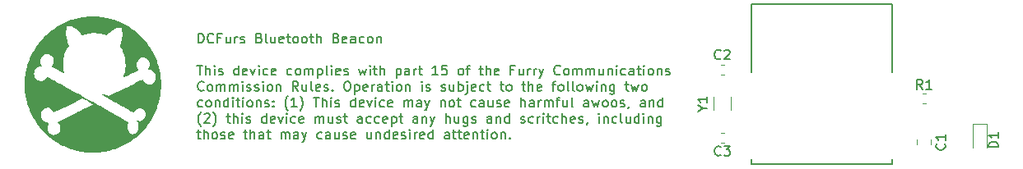
<source format=gto>
G04 #@! TF.GenerationSoftware,KiCad,Pcbnew,5.0.2-bee76a0~70~ubuntu16.04.1*
G04 #@! TF.CreationDate,2019-07-12T12:57:40-07:00*
G04 #@! TF.ProjectId,beacon-pcb,62656163-6f6e-42d7-9063-622e6b696361,rev?*
G04 #@! TF.SameCoordinates,Original*
G04 #@! TF.FileFunction,Legend,Top*
G04 #@! TF.FilePolarity,Positive*
%FSLAX46Y46*%
G04 Gerber Fmt 4.6, Leading zero omitted, Abs format (unit mm)*
G04 Created by KiCad (PCBNEW 5.0.2-bee76a0~70~ubuntu16.04.1) date Fri 12 Jul 2019 12:57:40 PM PDT*
%MOMM*%
%LPD*%
G01*
G04 APERTURE LIST*
%ADD10C,0.150000*%
%ADD11C,0.100000*%
%ADD12C,0.120000*%
G04 APERTURE END LIST*
D10*
X119835595Y-107502380D02*
X119835595Y-106502380D01*
X120073690Y-106502380D01*
X120216547Y-106550000D01*
X120311785Y-106645238D01*
X120359404Y-106740476D01*
X120407023Y-106930952D01*
X120407023Y-107073809D01*
X120359404Y-107264285D01*
X120311785Y-107359523D01*
X120216547Y-107454761D01*
X120073690Y-107502380D01*
X119835595Y-107502380D01*
X121407023Y-107407142D02*
X121359404Y-107454761D01*
X121216547Y-107502380D01*
X121121309Y-107502380D01*
X120978452Y-107454761D01*
X120883214Y-107359523D01*
X120835595Y-107264285D01*
X120787976Y-107073809D01*
X120787976Y-106930952D01*
X120835595Y-106740476D01*
X120883214Y-106645238D01*
X120978452Y-106550000D01*
X121121309Y-106502380D01*
X121216547Y-106502380D01*
X121359404Y-106550000D01*
X121407023Y-106597619D01*
X122168928Y-106978571D02*
X121835595Y-106978571D01*
X121835595Y-107502380D02*
X121835595Y-106502380D01*
X122311785Y-106502380D01*
X123121309Y-106835714D02*
X123121309Y-107502380D01*
X122692738Y-106835714D02*
X122692738Y-107359523D01*
X122740357Y-107454761D01*
X122835595Y-107502380D01*
X122978452Y-107502380D01*
X123073690Y-107454761D01*
X123121309Y-107407142D01*
X123597500Y-107502380D02*
X123597500Y-106835714D01*
X123597500Y-107026190D02*
X123645119Y-106930952D01*
X123692738Y-106883333D01*
X123787976Y-106835714D01*
X123883214Y-106835714D01*
X124168928Y-107454761D02*
X124264166Y-107502380D01*
X124454642Y-107502380D01*
X124549880Y-107454761D01*
X124597500Y-107359523D01*
X124597500Y-107311904D01*
X124549880Y-107216666D01*
X124454642Y-107169047D01*
X124311785Y-107169047D01*
X124216547Y-107121428D01*
X124168928Y-107026190D01*
X124168928Y-106978571D01*
X124216547Y-106883333D01*
X124311785Y-106835714D01*
X124454642Y-106835714D01*
X124549880Y-106883333D01*
X126121309Y-106978571D02*
X126264166Y-107026190D01*
X126311785Y-107073809D01*
X126359404Y-107169047D01*
X126359404Y-107311904D01*
X126311785Y-107407142D01*
X126264166Y-107454761D01*
X126168928Y-107502380D01*
X125787976Y-107502380D01*
X125787976Y-106502380D01*
X126121309Y-106502380D01*
X126216547Y-106550000D01*
X126264166Y-106597619D01*
X126311785Y-106692857D01*
X126311785Y-106788095D01*
X126264166Y-106883333D01*
X126216547Y-106930952D01*
X126121309Y-106978571D01*
X125787976Y-106978571D01*
X126930833Y-107502380D02*
X126835595Y-107454761D01*
X126787976Y-107359523D01*
X126787976Y-106502380D01*
X127740357Y-106835714D02*
X127740357Y-107502380D01*
X127311785Y-106835714D02*
X127311785Y-107359523D01*
X127359404Y-107454761D01*
X127454642Y-107502380D01*
X127597500Y-107502380D01*
X127692738Y-107454761D01*
X127740357Y-107407142D01*
X128597500Y-107454761D02*
X128502261Y-107502380D01*
X128311785Y-107502380D01*
X128216547Y-107454761D01*
X128168928Y-107359523D01*
X128168928Y-106978571D01*
X128216547Y-106883333D01*
X128311785Y-106835714D01*
X128502261Y-106835714D01*
X128597500Y-106883333D01*
X128645119Y-106978571D01*
X128645119Y-107073809D01*
X128168928Y-107169047D01*
X128930833Y-106835714D02*
X129311785Y-106835714D01*
X129073690Y-106502380D02*
X129073690Y-107359523D01*
X129121309Y-107454761D01*
X129216547Y-107502380D01*
X129311785Y-107502380D01*
X129787976Y-107502380D02*
X129692738Y-107454761D01*
X129645119Y-107407142D01*
X129597500Y-107311904D01*
X129597500Y-107026190D01*
X129645119Y-106930952D01*
X129692738Y-106883333D01*
X129787976Y-106835714D01*
X129930833Y-106835714D01*
X130026071Y-106883333D01*
X130073690Y-106930952D01*
X130121309Y-107026190D01*
X130121309Y-107311904D01*
X130073690Y-107407142D01*
X130026071Y-107454761D01*
X129930833Y-107502380D01*
X129787976Y-107502380D01*
X130692738Y-107502380D02*
X130597500Y-107454761D01*
X130549880Y-107407142D01*
X130502261Y-107311904D01*
X130502261Y-107026190D01*
X130549880Y-106930952D01*
X130597500Y-106883333D01*
X130692738Y-106835714D01*
X130835595Y-106835714D01*
X130930833Y-106883333D01*
X130978452Y-106930952D01*
X131026071Y-107026190D01*
X131026071Y-107311904D01*
X130978452Y-107407142D01*
X130930833Y-107454761D01*
X130835595Y-107502380D01*
X130692738Y-107502380D01*
X131311785Y-106835714D02*
X131692738Y-106835714D01*
X131454642Y-106502380D02*
X131454642Y-107359523D01*
X131502261Y-107454761D01*
X131597500Y-107502380D01*
X131692738Y-107502380D01*
X132026071Y-107502380D02*
X132026071Y-106502380D01*
X132454642Y-107502380D02*
X132454642Y-106978571D01*
X132407023Y-106883333D01*
X132311785Y-106835714D01*
X132168928Y-106835714D01*
X132073690Y-106883333D01*
X132026071Y-106930952D01*
X134026071Y-106978571D02*
X134168928Y-107026190D01*
X134216547Y-107073809D01*
X134264166Y-107169047D01*
X134264166Y-107311904D01*
X134216547Y-107407142D01*
X134168928Y-107454761D01*
X134073690Y-107502380D01*
X133692738Y-107502380D01*
X133692738Y-106502380D01*
X134026071Y-106502380D01*
X134121309Y-106550000D01*
X134168928Y-106597619D01*
X134216547Y-106692857D01*
X134216547Y-106788095D01*
X134168928Y-106883333D01*
X134121309Y-106930952D01*
X134026071Y-106978571D01*
X133692738Y-106978571D01*
X135073690Y-107454761D02*
X134978452Y-107502380D01*
X134787976Y-107502380D01*
X134692738Y-107454761D01*
X134645119Y-107359523D01*
X134645119Y-106978571D01*
X134692738Y-106883333D01*
X134787976Y-106835714D01*
X134978452Y-106835714D01*
X135073690Y-106883333D01*
X135121309Y-106978571D01*
X135121309Y-107073809D01*
X134645119Y-107169047D01*
X135978452Y-107502380D02*
X135978452Y-106978571D01*
X135930833Y-106883333D01*
X135835595Y-106835714D01*
X135645119Y-106835714D01*
X135549880Y-106883333D01*
X135978452Y-107454761D02*
X135883214Y-107502380D01*
X135645119Y-107502380D01*
X135549880Y-107454761D01*
X135502261Y-107359523D01*
X135502261Y-107264285D01*
X135549880Y-107169047D01*
X135645119Y-107121428D01*
X135883214Y-107121428D01*
X135978452Y-107073809D01*
X136883214Y-107454761D02*
X136787976Y-107502380D01*
X136597500Y-107502380D01*
X136502261Y-107454761D01*
X136454642Y-107407142D01*
X136407023Y-107311904D01*
X136407023Y-107026190D01*
X136454642Y-106930952D01*
X136502261Y-106883333D01*
X136597500Y-106835714D01*
X136787976Y-106835714D01*
X136883214Y-106883333D01*
X137454642Y-107502380D02*
X137359404Y-107454761D01*
X137311785Y-107407142D01*
X137264166Y-107311904D01*
X137264166Y-107026190D01*
X137311785Y-106930952D01*
X137359404Y-106883333D01*
X137454642Y-106835714D01*
X137597500Y-106835714D01*
X137692738Y-106883333D01*
X137740357Y-106930952D01*
X137787976Y-107026190D01*
X137787976Y-107311904D01*
X137740357Y-107407142D01*
X137692738Y-107454761D01*
X137597500Y-107502380D01*
X137454642Y-107502380D01*
X138216547Y-106835714D02*
X138216547Y-107502380D01*
X138216547Y-106930952D02*
X138264166Y-106883333D01*
X138359404Y-106835714D01*
X138502261Y-106835714D01*
X138597500Y-106883333D01*
X138645119Y-106978571D01*
X138645119Y-107502380D01*
X119692738Y-109802380D02*
X120264166Y-109802380D01*
X119978452Y-110802380D02*
X119978452Y-109802380D01*
X120597500Y-110802380D02*
X120597500Y-109802380D01*
X121026071Y-110802380D02*
X121026071Y-110278571D01*
X120978452Y-110183333D01*
X120883214Y-110135714D01*
X120740357Y-110135714D01*
X120645119Y-110183333D01*
X120597500Y-110230952D01*
X121502261Y-110802380D02*
X121502261Y-110135714D01*
X121502261Y-109802380D02*
X121454642Y-109850000D01*
X121502261Y-109897619D01*
X121549880Y-109850000D01*
X121502261Y-109802380D01*
X121502261Y-109897619D01*
X121930833Y-110754761D02*
X122026071Y-110802380D01*
X122216547Y-110802380D01*
X122311785Y-110754761D01*
X122359404Y-110659523D01*
X122359404Y-110611904D01*
X122311785Y-110516666D01*
X122216547Y-110469047D01*
X122073690Y-110469047D01*
X121978452Y-110421428D01*
X121930833Y-110326190D01*
X121930833Y-110278571D01*
X121978452Y-110183333D01*
X122073690Y-110135714D01*
X122216547Y-110135714D01*
X122311785Y-110183333D01*
X123978452Y-110802380D02*
X123978452Y-109802380D01*
X123978452Y-110754761D02*
X123883214Y-110802380D01*
X123692738Y-110802380D01*
X123597500Y-110754761D01*
X123549880Y-110707142D01*
X123502261Y-110611904D01*
X123502261Y-110326190D01*
X123549880Y-110230952D01*
X123597500Y-110183333D01*
X123692738Y-110135714D01*
X123883214Y-110135714D01*
X123978452Y-110183333D01*
X124835595Y-110754761D02*
X124740357Y-110802380D01*
X124549880Y-110802380D01*
X124454642Y-110754761D01*
X124407023Y-110659523D01*
X124407023Y-110278571D01*
X124454642Y-110183333D01*
X124549880Y-110135714D01*
X124740357Y-110135714D01*
X124835595Y-110183333D01*
X124883214Y-110278571D01*
X124883214Y-110373809D01*
X124407023Y-110469047D01*
X125216547Y-110135714D02*
X125454642Y-110802380D01*
X125692738Y-110135714D01*
X126073690Y-110802380D02*
X126073690Y-110135714D01*
X126073690Y-109802380D02*
X126026071Y-109850000D01*
X126073690Y-109897619D01*
X126121309Y-109850000D01*
X126073690Y-109802380D01*
X126073690Y-109897619D01*
X126978452Y-110754761D02*
X126883214Y-110802380D01*
X126692738Y-110802380D01*
X126597500Y-110754761D01*
X126549880Y-110707142D01*
X126502261Y-110611904D01*
X126502261Y-110326190D01*
X126549880Y-110230952D01*
X126597500Y-110183333D01*
X126692738Y-110135714D01*
X126883214Y-110135714D01*
X126978452Y-110183333D01*
X127787976Y-110754761D02*
X127692738Y-110802380D01*
X127502261Y-110802380D01*
X127407023Y-110754761D01*
X127359404Y-110659523D01*
X127359404Y-110278571D01*
X127407023Y-110183333D01*
X127502261Y-110135714D01*
X127692738Y-110135714D01*
X127787976Y-110183333D01*
X127835595Y-110278571D01*
X127835595Y-110373809D01*
X127359404Y-110469047D01*
X129454642Y-110754761D02*
X129359404Y-110802380D01*
X129168928Y-110802380D01*
X129073690Y-110754761D01*
X129026071Y-110707142D01*
X128978452Y-110611904D01*
X128978452Y-110326190D01*
X129026071Y-110230952D01*
X129073690Y-110183333D01*
X129168928Y-110135714D01*
X129359404Y-110135714D01*
X129454642Y-110183333D01*
X130026071Y-110802380D02*
X129930833Y-110754761D01*
X129883214Y-110707142D01*
X129835595Y-110611904D01*
X129835595Y-110326190D01*
X129883214Y-110230952D01*
X129930833Y-110183333D01*
X130026071Y-110135714D01*
X130168928Y-110135714D01*
X130264166Y-110183333D01*
X130311785Y-110230952D01*
X130359404Y-110326190D01*
X130359404Y-110611904D01*
X130311785Y-110707142D01*
X130264166Y-110754761D01*
X130168928Y-110802380D01*
X130026071Y-110802380D01*
X130787976Y-110802380D02*
X130787976Y-110135714D01*
X130787976Y-110230952D02*
X130835595Y-110183333D01*
X130930833Y-110135714D01*
X131073690Y-110135714D01*
X131168928Y-110183333D01*
X131216547Y-110278571D01*
X131216547Y-110802380D01*
X131216547Y-110278571D02*
X131264166Y-110183333D01*
X131359404Y-110135714D01*
X131502261Y-110135714D01*
X131597500Y-110183333D01*
X131645119Y-110278571D01*
X131645119Y-110802380D01*
X132121309Y-110135714D02*
X132121309Y-111135714D01*
X132121309Y-110183333D02*
X132216547Y-110135714D01*
X132407023Y-110135714D01*
X132502261Y-110183333D01*
X132549880Y-110230952D01*
X132597500Y-110326190D01*
X132597500Y-110611904D01*
X132549880Y-110707142D01*
X132502261Y-110754761D01*
X132407023Y-110802380D01*
X132216547Y-110802380D01*
X132121309Y-110754761D01*
X133168928Y-110802380D02*
X133073690Y-110754761D01*
X133026071Y-110659523D01*
X133026071Y-109802380D01*
X133549880Y-110802380D02*
X133549880Y-110135714D01*
X133549880Y-109802380D02*
X133502261Y-109850000D01*
X133549880Y-109897619D01*
X133597500Y-109850000D01*
X133549880Y-109802380D01*
X133549880Y-109897619D01*
X134407023Y-110754761D02*
X134311785Y-110802380D01*
X134121309Y-110802380D01*
X134026071Y-110754761D01*
X133978452Y-110659523D01*
X133978452Y-110278571D01*
X134026071Y-110183333D01*
X134121309Y-110135714D01*
X134311785Y-110135714D01*
X134407023Y-110183333D01*
X134454642Y-110278571D01*
X134454642Y-110373809D01*
X133978452Y-110469047D01*
X134835595Y-110754761D02*
X134930833Y-110802380D01*
X135121309Y-110802380D01*
X135216547Y-110754761D01*
X135264166Y-110659523D01*
X135264166Y-110611904D01*
X135216547Y-110516666D01*
X135121309Y-110469047D01*
X134978452Y-110469047D01*
X134883214Y-110421428D01*
X134835595Y-110326190D01*
X134835595Y-110278571D01*
X134883214Y-110183333D01*
X134978452Y-110135714D01*
X135121309Y-110135714D01*
X135216547Y-110183333D01*
X136359404Y-110135714D02*
X136549880Y-110802380D01*
X136740357Y-110326190D01*
X136930833Y-110802380D01*
X137121309Y-110135714D01*
X137502261Y-110802380D02*
X137502261Y-110135714D01*
X137502261Y-109802380D02*
X137454642Y-109850000D01*
X137502261Y-109897619D01*
X137549880Y-109850000D01*
X137502261Y-109802380D01*
X137502261Y-109897619D01*
X137835595Y-110135714D02*
X138216547Y-110135714D01*
X137978452Y-109802380D02*
X137978452Y-110659523D01*
X138026071Y-110754761D01*
X138121309Y-110802380D01*
X138216547Y-110802380D01*
X138549880Y-110802380D02*
X138549880Y-109802380D01*
X138978452Y-110802380D02*
X138978452Y-110278571D01*
X138930833Y-110183333D01*
X138835595Y-110135714D01*
X138692738Y-110135714D01*
X138597500Y-110183333D01*
X138549880Y-110230952D01*
X140216547Y-110135714D02*
X140216547Y-111135714D01*
X140216547Y-110183333D02*
X140311785Y-110135714D01*
X140502261Y-110135714D01*
X140597500Y-110183333D01*
X140645119Y-110230952D01*
X140692738Y-110326190D01*
X140692738Y-110611904D01*
X140645119Y-110707142D01*
X140597500Y-110754761D01*
X140502261Y-110802380D01*
X140311785Y-110802380D01*
X140216547Y-110754761D01*
X141549880Y-110802380D02*
X141549880Y-110278571D01*
X141502261Y-110183333D01*
X141407023Y-110135714D01*
X141216547Y-110135714D01*
X141121309Y-110183333D01*
X141549880Y-110754761D02*
X141454642Y-110802380D01*
X141216547Y-110802380D01*
X141121309Y-110754761D01*
X141073690Y-110659523D01*
X141073690Y-110564285D01*
X141121309Y-110469047D01*
X141216547Y-110421428D01*
X141454642Y-110421428D01*
X141549880Y-110373809D01*
X142026071Y-110802380D02*
X142026071Y-110135714D01*
X142026071Y-110326190D02*
X142073690Y-110230952D01*
X142121309Y-110183333D01*
X142216547Y-110135714D01*
X142311785Y-110135714D01*
X142502261Y-110135714D02*
X142883214Y-110135714D01*
X142645119Y-109802380D02*
X142645119Y-110659523D01*
X142692738Y-110754761D01*
X142787976Y-110802380D01*
X142883214Y-110802380D01*
X144502261Y-110802380D02*
X143930833Y-110802380D01*
X144216547Y-110802380D02*
X144216547Y-109802380D01*
X144121309Y-109945238D01*
X144026071Y-110040476D01*
X143930833Y-110088095D01*
X145407023Y-109802380D02*
X144930833Y-109802380D01*
X144883214Y-110278571D01*
X144930833Y-110230952D01*
X145026071Y-110183333D01*
X145264166Y-110183333D01*
X145359404Y-110230952D01*
X145407023Y-110278571D01*
X145454642Y-110373809D01*
X145454642Y-110611904D01*
X145407023Y-110707142D01*
X145359404Y-110754761D01*
X145264166Y-110802380D01*
X145026071Y-110802380D01*
X144930833Y-110754761D01*
X144883214Y-110707142D01*
X146787976Y-110802380D02*
X146692738Y-110754761D01*
X146645119Y-110707142D01*
X146597500Y-110611904D01*
X146597500Y-110326190D01*
X146645119Y-110230952D01*
X146692738Y-110183333D01*
X146787976Y-110135714D01*
X146930833Y-110135714D01*
X147026071Y-110183333D01*
X147073690Y-110230952D01*
X147121309Y-110326190D01*
X147121309Y-110611904D01*
X147073690Y-110707142D01*
X147026071Y-110754761D01*
X146930833Y-110802380D01*
X146787976Y-110802380D01*
X147407023Y-110135714D02*
X147787976Y-110135714D01*
X147549880Y-110802380D02*
X147549880Y-109945238D01*
X147597500Y-109850000D01*
X147692738Y-109802380D01*
X147787976Y-109802380D01*
X148740357Y-110135714D02*
X149121309Y-110135714D01*
X148883214Y-109802380D02*
X148883214Y-110659523D01*
X148930833Y-110754761D01*
X149026071Y-110802380D01*
X149121309Y-110802380D01*
X149454642Y-110802380D02*
X149454642Y-109802380D01*
X149883214Y-110802380D02*
X149883214Y-110278571D01*
X149835595Y-110183333D01*
X149740357Y-110135714D01*
X149597500Y-110135714D01*
X149502261Y-110183333D01*
X149454642Y-110230952D01*
X150740357Y-110754761D02*
X150645119Y-110802380D01*
X150454642Y-110802380D01*
X150359404Y-110754761D01*
X150311785Y-110659523D01*
X150311785Y-110278571D01*
X150359404Y-110183333D01*
X150454642Y-110135714D01*
X150645119Y-110135714D01*
X150740357Y-110183333D01*
X150787976Y-110278571D01*
X150787976Y-110373809D01*
X150311785Y-110469047D01*
X152311785Y-110278571D02*
X151978452Y-110278571D01*
X151978452Y-110802380D02*
X151978452Y-109802380D01*
X152454642Y-109802380D01*
X153264166Y-110135714D02*
X153264166Y-110802380D01*
X152835595Y-110135714D02*
X152835595Y-110659523D01*
X152883214Y-110754761D01*
X152978452Y-110802380D01*
X153121309Y-110802380D01*
X153216547Y-110754761D01*
X153264166Y-110707142D01*
X153740357Y-110802380D02*
X153740357Y-110135714D01*
X153740357Y-110326190D02*
X153787976Y-110230952D01*
X153835595Y-110183333D01*
X153930833Y-110135714D01*
X154026071Y-110135714D01*
X154359404Y-110802380D02*
X154359404Y-110135714D01*
X154359404Y-110326190D02*
X154407023Y-110230952D01*
X154454642Y-110183333D01*
X154549880Y-110135714D01*
X154645119Y-110135714D01*
X154883214Y-110135714D02*
X155121309Y-110802380D01*
X155359404Y-110135714D02*
X155121309Y-110802380D01*
X155026071Y-111040476D01*
X154978452Y-111088095D01*
X154883214Y-111135714D01*
X157073690Y-110707142D02*
X157026071Y-110754761D01*
X156883214Y-110802380D01*
X156787976Y-110802380D01*
X156645119Y-110754761D01*
X156549880Y-110659523D01*
X156502261Y-110564285D01*
X156454642Y-110373809D01*
X156454642Y-110230952D01*
X156502261Y-110040476D01*
X156549880Y-109945238D01*
X156645119Y-109850000D01*
X156787976Y-109802380D01*
X156883214Y-109802380D01*
X157026071Y-109850000D01*
X157073690Y-109897619D01*
X157645119Y-110802380D02*
X157549880Y-110754761D01*
X157502261Y-110707142D01*
X157454642Y-110611904D01*
X157454642Y-110326190D01*
X157502261Y-110230952D01*
X157549880Y-110183333D01*
X157645119Y-110135714D01*
X157787976Y-110135714D01*
X157883214Y-110183333D01*
X157930833Y-110230952D01*
X157978452Y-110326190D01*
X157978452Y-110611904D01*
X157930833Y-110707142D01*
X157883214Y-110754761D01*
X157787976Y-110802380D01*
X157645119Y-110802380D01*
X158407023Y-110802380D02*
X158407023Y-110135714D01*
X158407023Y-110230952D02*
X158454642Y-110183333D01*
X158549880Y-110135714D01*
X158692738Y-110135714D01*
X158787976Y-110183333D01*
X158835595Y-110278571D01*
X158835595Y-110802380D01*
X158835595Y-110278571D02*
X158883214Y-110183333D01*
X158978452Y-110135714D01*
X159121309Y-110135714D01*
X159216547Y-110183333D01*
X159264166Y-110278571D01*
X159264166Y-110802380D01*
X159740357Y-110802380D02*
X159740357Y-110135714D01*
X159740357Y-110230952D02*
X159787976Y-110183333D01*
X159883214Y-110135714D01*
X160026071Y-110135714D01*
X160121309Y-110183333D01*
X160168928Y-110278571D01*
X160168928Y-110802380D01*
X160168928Y-110278571D02*
X160216547Y-110183333D01*
X160311785Y-110135714D01*
X160454642Y-110135714D01*
X160549880Y-110183333D01*
X160597500Y-110278571D01*
X160597500Y-110802380D01*
X161502261Y-110135714D02*
X161502261Y-110802380D01*
X161073690Y-110135714D02*
X161073690Y-110659523D01*
X161121309Y-110754761D01*
X161216547Y-110802380D01*
X161359404Y-110802380D01*
X161454642Y-110754761D01*
X161502261Y-110707142D01*
X161978452Y-110135714D02*
X161978452Y-110802380D01*
X161978452Y-110230952D02*
X162026071Y-110183333D01*
X162121309Y-110135714D01*
X162264166Y-110135714D01*
X162359404Y-110183333D01*
X162407023Y-110278571D01*
X162407023Y-110802380D01*
X162883214Y-110802380D02*
X162883214Y-110135714D01*
X162883214Y-109802380D02*
X162835595Y-109850000D01*
X162883214Y-109897619D01*
X162930833Y-109850000D01*
X162883214Y-109802380D01*
X162883214Y-109897619D01*
X163787976Y-110754761D02*
X163692738Y-110802380D01*
X163502261Y-110802380D01*
X163407023Y-110754761D01*
X163359404Y-110707142D01*
X163311785Y-110611904D01*
X163311785Y-110326190D01*
X163359404Y-110230952D01*
X163407023Y-110183333D01*
X163502261Y-110135714D01*
X163692738Y-110135714D01*
X163787976Y-110183333D01*
X164645119Y-110802380D02*
X164645119Y-110278571D01*
X164597500Y-110183333D01*
X164502261Y-110135714D01*
X164311785Y-110135714D01*
X164216547Y-110183333D01*
X164645119Y-110754761D02*
X164549880Y-110802380D01*
X164311785Y-110802380D01*
X164216547Y-110754761D01*
X164168928Y-110659523D01*
X164168928Y-110564285D01*
X164216547Y-110469047D01*
X164311785Y-110421428D01*
X164549880Y-110421428D01*
X164645119Y-110373809D01*
X164978452Y-110135714D02*
X165359404Y-110135714D01*
X165121309Y-109802380D02*
X165121309Y-110659523D01*
X165168928Y-110754761D01*
X165264166Y-110802380D01*
X165359404Y-110802380D01*
X165692738Y-110802380D02*
X165692738Y-110135714D01*
X165692738Y-109802380D02*
X165645119Y-109850000D01*
X165692738Y-109897619D01*
X165740357Y-109850000D01*
X165692738Y-109802380D01*
X165692738Y-109897619D01*
X166311785Y-110802380D02*
X166216547Y-110754761D01*
X166168928Y-110707142D01*
X166121309Y-110611904D01*
X166121309Y-110326190D01*
X166168928Y-110230952D01*
X166216547Y-110183333D01*
X166311785Y-110135714D01*
X166454642Y-110135714D01*
X166549880Y-110183333D01*
X166597500Y-110230952D01*
X166645119Y-110326190D01*
X166645119Y-110611904D01*
X166597500Y-110707142D01*
X166549880Y-110754761D01*
X166454642Y-110802380D01*
X166311785Y-110802380D01*
X167073690Y-110135714D02*
X167073690Y-110802380D01*
X167073690Y-110230952D02*
X167121309Y-110183333D01*
X167216547Y-110135714D01*
X167359404Y-110135714D01*
X167454642Y-110183333D01*
X167502261Y-110278571D01*
X167502261Y-110802380D01*
X167930833Y-110754761D02*
X168026071Y-110802380D01*
X168216547Y-110802380D01*
X168311785Y-110754761D01*
X168359404Y-110659523D01*
X168359404Y-110611904D01*
X168311785Y-110516666D01*
X168216547Y-110469047D01*
X168073690Y-110469047D01*
X167978452Y-110421428D01*
X167930833Y-110326190D01*
X167930833Y-110278571D01*
X167978452Y-110183333D01*
X168073690Y-110135714D01*
X168216547Y-110135714D01*
X168311785Y-110183333D01*
X120407023Y-112357142D02*
X120359404Y-112404761D01*
X120216547Y-112452380D01*
X120121309Y-112452380D01*
X119978452Y-112404761D01*
X119883214Y-112309523D01*
X119835595Y-112214285D01*
X119787976Y-112023809D01*
X119787976Y-111880952D01*
X119835595Y-111690476D01*
X119883214Y-111595238D01*
X119978452Y-111500000D01*
X120121309Y-111452380D01*
X120216547Y-111452380D01*
X120359404Y-111500000D01*
X120407023Y-111547619D01*
X120978452Y-112452380D02*
X120883214Y-112404761D01*
X120835595Y-112357142D01*
X120787976Y-112261904D01*
X120787976Y-111976190D01*
X120835595Y-111880952D01*
X120883214Y-111833333D01*
X120978452Y-111785714D01*
X121121309Y-111785714D01*
X121216547Y-111833333D01*
X121264166Y-111880952D01*
X121311785Y-111976190D01*
X121311785Y-112261904D01*
X121264166Y-112357142D01*
X121216547Y-112404761D01*
X121121309Y-112452380D01*
X120978452Y-112452380D01*
X121740357Y-112452380D02*
X121740357Y-111785714D01*
X121740357Y-111880952D02*
X121787976Y-111833333D01*
X121883214Y-111785714D01*
X122026071Y-111785714D01*
X122121309Y-111833333D01*
X122168928Y-111928571D01*
X122168928Y-112452380D01*
X122168928Y-111928571D02*
X122216547Y-111833333D01*
X122311785Y-111785714D01*
X122454642Y-111785714D01*
X122549880Y-111833333D01*
X122597500Y-111928571D01*
X122597500Y-112452380D01*
X123073690Y-112452380D02*
X123073690Y-111785714D01*
X123073690Y-111880952D02*
X123121309Y-111833333D01*
X123216547Y-111785714D01*
X123359404Y-111785714D01*
X123454642Y-111833333D01*
X123502261Y-111928571D01*
X123502261Y-112452380D01*
X123502261Y-111928571D02*
X123549880Y-111833333D01*
X123645119Y-111785714D01*
X123787976Y-111785714D01*
X123883214Y-111833333D01*
X123930833Y-111928571D01*
X123930833Y-112452380D01*
X124407023Y-112452380D02*
X124407023Y-111785714D01*
X124407023Y-111452380D02*
X124359404Y-111500000D01*
X124407023Y-111547619D01*
X124454642Y-111500000D01*
X124407023Y-111452380D01*
X124407023Y-111547619D01*
X124835595Y-112404761D02*
X124930833Y-112452380D01*
X125121309Y-112452380D01*
X125216547Y-112404761D01*
X125264166Y-112309523D01*
X125264166Y-112261904D01*
X125216547Y-112166666D01*
X125121309Y-112119047D01*
X124978452Y-112119047D01*
X124883214Y-112071428D01*
X124835595Y-111976190D01*
X124835595Y-111928571D01*
X124883214Y-111833333D01*
X124978452Y-111785714D01*
X125121309Y-111785714D01*
X125216547Y-111833333D01*
X125645119Y-112404761D02*
X125740357Y-112452380D01*
X125930833Y-112452380D01*
X126026071Y-112404761D01*
X126073690Y-112309523D01*
X126073690Y-112261904D01*
X126026071Y-112166666D01*
X125930833Y-112119047D01*
X125787976Y-112119047D01*
X125692738Y-112071428D01*
X125645119Y-111976190D01*
X125645119Y-111928571D01*
X125692738Y-111833333D01*
X125787976Y-111785714D01*
X125930833Y-111785714D01*
X126026071Y-111833333D01*
X126502261Y-112452380D02*
X126502261Y-111785714D01*
X126502261Y-111452380D02*
X126454642Y-111500000D01*
X126502261Y-111547619D01*
X126549880Y-111500000D01*
X126502261Y-111452380D01*
X126502261Y-111547619D01*
X127121309Y-112452380D02*
X127026071Y-112404761D01*
X126978452Y-112357142D01*
X126930833Y-112261904D01*
X126930833Y-111976190D01*
X126978452Y-111880952D01*
X127026071Y-111833333D01*
X127121309Y-111785714D01*
X127264166Y-111785714D01*
X127359404Y-111833333D01*
X127407023Y-111880952D01*
X127454642Y-111976190D01*
X127454642Y-112261904D01*
X127407023Y-112357142D01*
X127359404Y-112404761D01*
X127264166Y-112452380D01*
X127121309Y-112452380D01*
X127883214Y-111785714D02*
X127883214Y-112452380D01*
X127883214Y-111880952D02*
X127930833Y-111833333D01*
X128026071Y-111785714D01*
X128168928Y-111785714D01*
X128264166Y-111833333D01*
X128311785Y-111928571D01*
X128311785Y-112452380D01*
X130121309Y-112452380D02*
X129787976Y-111976190D01*
X129549880Y-112452380D02*
X129549880Y-111452380D01*
X129930833Y-111452380D01*
X130026071Y-111500000D01*
X130073690Y-111547619D01*
X130121309Y-111642857D01*
X130121309Y-111785714D01*
X130073690Y-111880952D01*
X130026071Y-111928571D01*
X129930833Y-111976190D01*
X129549880Y-111976190D01*
X130978452Y-111785714D02*
X130978452Y-112452380D01*
X130549880Y-111785714D02*
X130549880Y-112309523D01*
X130597500Y-112404761D01*
X130692738Y-112452380D01*
X130835595Y-112452380D01*
X130930833Y-112404761D01*
X130978452Y-112357142D01*
X131597500Y-112452380D02*
X131502261Y-112404761D01*
X131454642Y-112309523D01*
X131454642Y-111452380D01*
X132359404Y-112404761D02*
X132264166Y-112452380D01*
X132073690Y-112452380D01*
X131978452Y-112404761D01*
X131930833Y-112309523D01*
X131930833Y-111928571D01*
X131978452Y-111833333D01*
X132073690Y-111785714D01*
X132264166Y-111785714D01*
X132359404Y-111833333D01*
X132407023Y-111928571D01*
X132407023Y-112023809D01*
X131930833Y-112119047D01*
X132787976Y-112404761D02*
X132883214Y-112452380D01*
X133073690Y-112452380D01*
X133168928Y-112404761D01*
X133216547Y-112309523D01*
X133216547Y-112261904D01*
X133168928Y-112166666D01*
X133073690Y-112119047D01*
X132930833Y-112119047D01*
X132835595Y-112071428D01*
X132787976Y-111976190D01*
X132787976Y-111928571D01*
X132835595Y-111833333D01*
X132930833Y-111785714D01*
X133073690Y-111785714D01*
X133168928Y-111833333D01*
X133645119Y-112357142D02*
X133692738Y-112404761D01*
X133645119Y-112452380D01*
X133597500Y-112404761D01*
X133645119Y-112357142D01*
X133645119Y-112452380D01*
X135073690Y-111452380D02*
X135264166Y-111452380D01*
X135359404Y-111500000D01*
X135454642Y-111595238D01*
X135502261Y-111785714D01*
X135502261Y-112119047D01*
X135454642Y-112309523D01*
X135359404Y-112404761D01*
X135264166Y-112452380D01*
X135073690Y-112452380D01*
X134978452Y-112404761D01*
X134883214Y-112309523D01*
X134835595Y-112119047D01*
X134835595Y-111785714D01*
X134883214Y-111595238D01*
X134978452Y-111500000D01*
X135073690Y-111452380D01*
X135930833Y-111785714D02*
X135930833Y-112785714D01*
X135930833Y-111833333D02*
X136026071Y-111785714D01*
X136216547Y-111785714D01*
X136311785Y-111833333D01*
X136359404Y-111880952D01*
X136407023Y-111976190D01*
X136407023Y-112261904D01*
X136359404Y-112357142D01*
X136311785Y-112404761D01*
X136216547Y-112452380D01*
X136026071Y-112452380D01*
X135930833Y-112404761D01*
X137216547Y-112404761D02*
X137121309Y-112452380D01*
X136930833Y-112452380D01*
X136835595Y-112404761D01*
X136787976Y-112309523D01*
X136787976Y-111928571D01*
X136835595Y-111833333D01*
X136930833Y-111785714D01*
X137121309Y-111785714D01*
X137216547Y-111833333D01*
X137264166Y-111928571D01*
X137264166Y-112023809D01*
X136787976Y-112119047D01*
X137692738Y-112452380D02*
X137692738Y-111785714D01*
X137692738Y-111976190D02*
X137740357Y-111880952D01*
X137787976Y-111833333D01*
X137883214Y-111785714D01*
X137978452Y-111785714D01*
X138740357Y-112452380D02*
X138740357Y-111928571D01*
X138692738Y-111833333D01*
X138597500Y-111785714D01*
X138407023Y-111785714D01*
X138311785Y-111833333D01*
X138740357Y-112404761D02*
X138645119Y-112452380D01*
X138407023Y-112452380D01*
X138311785Y-112404761D01*
X138264166Y-112309523D01*
X138264166Y-112214285D01*
X138311785Y-112119047D01*
X138407023Y-112071428D01*
X138645119Y-112071428D01*
X138740357Y-112023809D01*
X139073690Y-111785714D02*
X139454642Y-111785714D01*
X139216547Y-111452380D02*
X139216547Y-112309523D01*
X139264166Y-112404761D01*
X139359404Y-112452380D01*
X139454642Y-112452380D01*
X139787976Y-112452380D02*
X139787976Y-111785714D01*
X139787976Y-111452380D02*
X139740357Y-111500000D01*
X139787976Y-111547619D01*
X139835595Y-111500000D01*
X139787976Y-111452380D01*
X139787976Y-111547619D01*
X140407023Y-112452380D02*
X140311785Y-112404761D01*
X140264166Y-112357142D01*
X140216547Y-112261904D01*
X140216547Y-111976190D01*
X140264166Y-111880952D01*
X140311785Y-111833333D01*
X140407023Y-111785714D01*
X140549880Y-111785714D01*
X140645119Y-111833333D01*
X140692738Y-111880952D01*
X140740357Y-111976190D01*
X140740357Y-112261904D01*
X140692738Y-112357142D01*
X140645119Y-112404761D01*
X140549880Y-112452380D01*
X140407023Y-112452380D01*
X141168928Y-111785714D02*
X141168928Y-112452380D01*
X141168928Y-111880952D02*
X141216547Y-111833333D01*
X141311785Y-111785714D01*
X141454642Y-111785714D01*
X141549880Y-111833333D01*
X141597500Y-111928571D01*
X141597500Y-112452380D01*
X142835595Y-112452380D02*
X142835595Y-111785714D01*
X142835595Y-111452380D02*
X142787976Y-111500000D01*
X142835595Y-111547619D01*
X142883214Y-111500000D01*
X142835595Y-111452380D01*
X142835595Y-111547619D01*
X143264166Y-112404761D02*
X143359404Y-112452380D01*
X143549880Y-112452380D01*
X143645119Y-112404761D01*
X143692738Y-112309523D01*
X143692738Y-112261904D01*
X143645119Y-112166666D01*
X143549880Y-112119047D01*
X143407023Y-112119047D01*
X143311785Y-112071428D01*
X143264166Y-111976190D01*
X143264166Y-111928571D01*
X143311785Y-111833333D01*
X143407023Y-111785714D01*
X143549880Y-111785714D01*
X143645119Y-111833333D01*
X144835595Y-112404761D02*
X144930833Y-112452380D01*
X145121309Y-112452380D01*
X145216547Y-112404761D01*
X145264166Y-112309523D01*
X145264166Y-112261904D01*
X145216547Y-112166666D01*
X145121309Y-112119047D01*
X144978452Y-112119047D01*
X144883214Y-112071428D01*
X144835595Y-111976190D01*
X144835595Y-111928571D01*
X144883214Y-111833333D01*
X144978452Y-111785714D01*
X145121309Y-111785714D01*
X145216547Y-111833333D01*
X146121309Y-111785714D02*
X146121309Y-112452380D01*
X145692738Y-111785714D02*
X145692738Y-112309523D01*
X145740357Y-112404761D01*
X145835595Y-112452380D01*
X145978452Y-112452380D01*
X146073690Y-112404761D01*
X146121309Y-112357142D01*
X146597500Y-112452380D02*
X146597500Y-111452380D01*
X146597500Y-111833333D02*
X146692738Y-111785714D01*
X146883214Y-111785714D01*
X146978452Y-111833333D01*
X147026071Y-111880952D01*
X147073690Y-111976190D01*
X147073690Y-112261904D01*
X147026071Y-112357142D01*
X146978452Y-112404761D01*
X146883214Y-112452380D01*
X146692738Y-112452380D01*
X146597500Y-112404761D01*
X147502261Y-111785714D02*
X147502261Y-112642857D01*
X147454642Y-112738095D01*
X147359404Y-112785714D01*
X147311785Y-112785714D01*
X147502261Y-111452380D02*
X147454642Y-111500000D01*
X147502261Y-111547619D01*
X147549880Y-111500000D01*
X147502261Y-111452380D01*
X147502261Y-111547619D01*
X148359404Y-112404761D02*
X148264166Y-112452380D01*
X148073690Y-112452380D01*
X147978452Y-112404761D01*
X147930833Y-112309523D01*
X147930833Y-111928571D01*
X147978452Y-111833333D01*
X148073690Y-111785714D01*
X148264166Y-111785714D01*
X148359404Y-111833333D01*
X148407023Y-111928571D01*
X148407023Y-112023809D01*
X147930833Y-112119047D01*
X149264166Y-112404761D02*
X149168928Y-112452380D01*
X148978452Y-112452380D01*
X148883214Y-112404761D01*
X148835595Y-112357142D01*
X148787976Y-112261904D01*
X148787976Y-111976190D01*
X148835595Y-111880952D01*
X148883214Y-111833333D01*
X148978452Y-111785714D01*
X149168928Y-111785714D01*
X149264166Y-111833333D01*
X149549880Y-111785714D02*
X149930833Y-111785714D01*
X149692738Y-111452380D02*
X149692738Y-112309523D01*
X149740357Y-112404761D01*
X149835595Y-112452380D01*
X149930833Y-112452380D01*
X150883214Y-111785714D02*
X151264166Y-111785714D01*
X151026071Y-111452380D02*
X151026071Y-112309523D01*
X151073690Y-112404761D01*
X151168928Y-112452380D01*
X151264166Y-112452380D01*
X151740357Y-112452380D02*
X151645119Y-112404761D01*
X151597500Y-112357142D01*
X151549880Y-112261904D01*
X151549880Y-111976190D01*
X151597500Y-111880952D01*
X151645119Y-111833333D01*
X151740357Y-111785714D01*
X151883214Y-111785714D01*
X151978452Y-111833333D01*
X152026071Y-111880952D01*
X152073690Y-111976190D01*
X152073690Y-112261904D01*
X152026071Y-112357142D01*
X151978452Y-112404761D01*
X151883214Y-112452380D01*
X151740357Y-112452380D01*
X153121309Y-111785714D02*
X153502261Y-111785714D01*
X153264166Y-111452380D02*
X153264166Y-112309523D01*
X153311785Y-112404761D01*
X153407023Y-112452380D01*
X153502261Y-112452380D01*
X153835595Y-112452380D02*
X153835595Y-111452380D01*
X154264166Y-112452380D02*
X154264166Y-111928571D01*
X154216547Y-111833333D01*
X154121309Y-111785714D01*
X153978452Y-111785714D01*
X153883214Y-111833333D01*
X153835595Y-111880952D01*
X155121309Y-112404761D02*
X155026071Y-112452380D01*
X154835595Y-112452380D01*
X154740357Y-112404761D01*
X154692738Y-112309523D01*
X154692738Y-111928571D01*
X154740357Y-111833333D01*
X154835595Y-111785714D01*
X155026071Y-111785714D01*
X155121309Y-111833333D01*
X155168928Y-111928571D01*
X155168928Y-112023809D01*
X154692738Y-112119047D01*
X156216547Y-111785714D02*
X156597500Y-111785714D01*
X156359404Y-112452380D02*
X156359404Y-111595238D01*
X156407023Y-111500000D01*
X156502261Y-111452380D01*
X156597500Y-111452380D01*
X157073690Y-112452380D02*
X156978452Y-112404761D01*
X156930833Y-112357142D01*
X156883214Y-112261904D01*
X156883214Y-111976190D01*
X156930833Y-111880952D01*
X156978452Y-111833333D01*
X157073690Y-111785714D01*
X157216547Y-111785714D01*
X157311785Y-111833333D01*
X157359404Y-111880952D01*
X157407023Y-111976190D01*
X157407023Y-112261904D01*
X157359404Y-112357142D01*
X157311785Y-112404761D01*
X157216547Y-112452380D01*
X157073690Y-112452380D01*
X157978452Y-112452380D02*
X157883214Y-112404761D01*
X157835595Y-112309523D01*
X157835595Y-111452380D01*
X158502261Y-112452380D02*
X158407023Y-112404761D01*
X158359404Y-112309523D01*
X158359404Y-111452380D01*
X159026071Y-112452380D02*
X158930833Y-112404761D01*
X158883214Y-112357142D01*
X158835595Y-112261904D01*
X158835595Y-111976190D01*
X158883214Y-111880952D01*
X158930833Y-111833333D01*
X159026071Y-111785714D01*
X159168928Y-111785714D01*
X159264166Y-111833333D01*
X159311785Y-111880952D01*
X159359404Y-111976190D01*
X159359404Y-112261904D01*
X159311785Y-112357142D01*
X159264166Y-112404761D01*
X159168928Y-112452380D01*
X159026071Y-112452380D01*
X159692738Y-111785714D02*
X159883214Y-112452380D01*
X160073690Y-111976190D01*
X160264166Y-112452380D01*
X160454642Y-111785714D01*
X160835595Y-112452380D02*
X160835595Y-111785714D01*
X160835595Y-111452380D02*
X160787976Y-111500000D01*
X160835595Y-111547619D01*
X160883214Y-111500000D01*
X160835595Y-111452380D01*
X160835595Y-111547619D01*
X161311785Y-111785714D02*
X161311785Y-112452380D01*
X161311785Y-111880952D02*
X161359404Y-111833333D01*
X161454642Y-111785714D01*
X161597500Y-111785714D01*
X161692738Y-111833333D01*
X161740357Y-111928571D01*
X161740357Y-112452380D01*
X162645119Y-111785714D02*
X162645119Y-112595238D01*
X162597500Y-112690476D01*
X162549880Y-112738095D01*
X162454642Y-112785714D01*
X162311785Y-112785714D01*
X162216547Y-112738095D01*
X162645119Y-112404761D02*
X162549880Y-112452380D01*
X162359404Y-112452380D01*
X162264166Y-112404761D01*
X162216547Y-112357142D01*
X162168928Y-112261904D01*
X162168928Y-111976190D01*
X162216547Y-111880952D01*
X162264166Y-111833333D01*
X162359404Y-111785714D01*
X162549880Y-111785714D01*
X162645119Y-111833333D01*
X163740357Y-111785714D02*
X164121309Y-111785714D01*
X163883214Y-111452380D02*
X163883214Y-112309523D01*
X163930833Y-112404761D01*
X164026071Y-112452380D01*
X164121309Y-112452380D01*
X164359404Y-111785714D02*
X164549880Y-112452380D01*
X164740357Y-111976190D01*
X164930833Y-112452380D01*
X165121309Y-111785714D01*
X165645119Y-112452380D02*
X165549880Y-112404761D01*
X165502261Y-112357142D01*
X165454642Y-112261904D01*
X165454642Y-111976190D01*
X165502261Y-111880952D01*
X165549880Y-111833333D01*
X165645119Y-111785714D01*
X165787976Y-111785714D01*
X165883214Y-111833333D01*
X165930833Y-111880952D01*
X165978452Y-111976190D01*
X165978452Y-112261904D01*
X165930833Y-112357142D01*
X165883214Y-112404761D01*
X165787976Y-112452380D01*
X165645119Y-112452380D01*
X120264166Y-114054761D02*
X120168928Y-114102380D01*
X119978452Y-114102380D01*
X119883214Y-114054761D01*
X119835595Y-114007142D01*
X119787976Y-113911904D01*
X119787976Y-113626190D01*
X119835595Y-113530952D01*
X119883214Y-113483333D01*
X119978452Y-113435714D01*
X120168928Y-113435714D01*
X120264166Y-113483333D01*
X120835595Y-114102380D02*
X120740357Y-114054761D01*
X120692738Y-114007142D01*
X120645119Y-113911904D01*
X120645119Y-113626190D01*
X120692738Y-113530952D01*
X120740357Y-113483333D01*
X120835595Y-113435714D01*
X120978452Y-113435714D01*
X121073690Y-113483333D01*
X121121309Y-113530952D01*
X121168928Y-113626190D01*
X121168928Y-113911904D01*
X121121309Y-114007142D01*
X121073690Y-114054761D01*
X120978452Y-114102380D01*
X120835595Y-114102380D01*
X121597500Y-113435714D02*
X121597500Y-114102380D01*
X121597500Y-113530952D02*
X121645119Y-113483333D01*
X121740357Y-113435714D01*
X121883214Y-113435714D01*
X121978452Y-113483333D01*
X122026071Y-113578571D01*
X122026071Y-114102380D01*
X122930833Y-114102380D02*
X122930833Y-113102380D01*
X122930833Y-114054761D02*
X122835595Y-114102380D01*
X122645119Y-114102380D01*
X122549880Y-114054761D01*
X122502261Y-114007142D01*
X122454642Y-113911904D01*
X122454642Y-113626190D01*
X122502261Y-113530952D01*
X122549880Y-113483333D01*
X122645119Y-113435714D01*
X122835595Y-113435714D01*
X122930833Y-113483333D01*
X123407023Y-114102380D02*
X123407023Y-113435714D01*
X123407023Y-113102380D02*
X123359404Y-113150000D01*
X123407023Y-113197619D01*
X123454642Y-113150000D01*
X123407023Y-113102380D01*
X123407023Y-113197619D01*
X123740357Y-113435714D02*
X124121309Y-113435714D01*
X123883214Y-113102380D02*
X123883214Y-113959523D01*
X123930833Y-114054761D01*
X124026071Y-114102380D01*
X124121309Y-114102380D01*
X124454642Y-114102380D02*
X124454642Y-113435714D01*
X124454642Y-113102380D02*
X124407023Y-113150000D01*
X124454642Y-113197619D01*
X124502261Y-113150000D01*
X124454642Y-113102380D01*
X124454642Y-113197619D01*
X125073690Y-114102380D02*
X124978452Y-114054761D01*
X124930833Y-114007142D01*
X124883214Y-113911904D01*
X124883214Y-113626190D01*
X124930833Y-113530952D01*
X124978452Y-113483333D01*
X125073690Y-113435714D01*
X125216547Y-113435714D01*
X125311785Y-113483333D01*
X125359404Y-113530952D01*
X125407023Y-113626190D01*
X125407023Y-113911904D01*
X125359404Y-114007142D01*
X125311785Y-114054761D01*
X125216547Y-114102380D01*
X125073690Y-114102380D01*
X125835595Y-113435714D02*
X125835595Y-114102380D01*
X125835595Y-113530952D02*
X125883214Y-113483333D01*
X125978452Y-113435714D01*
X126121309Y-113435714D01*
X126216547Y-113483333D01*
X126264166Y-113578571D01*
X126264166Y-114102380D01*
X126692738Y-114054761D02*
X126787976Y-114102380D01*
X126978452Y-114102380D01*
X127073690Y-114054761D01*
X127121309Y-113959523D01*
X127121309Y-113911904D01*
X127073690Y-113816666D01*
X126978452Y-113769047D01*
X126835595Y-113769047D01*
X126740357Y-113721428D01*
X126692738Y-113626190D01*
X126692738Y-113578571D01*
X126740357Y-113483333D01*
X126835595Y-113435714D01*
X126978452Y-113435714D01*
X127073690Y-113483333D01*
X127549880Y-114007142D02*
X127597500Y-114054761D01*
X127549880Y-114102380D01*
X127502261Y-114054761D01*
X127549880Y-114007142D01*
X127549880Y-114102380D01*
X127549880Y-113483333D02*
X127597500Y-113530952D01*
X127549880Y-113578571D01*
X127502261Y-113530952D01*
X127549880Y-113483333D01*
X127549880Y-113578571D01*
X129073690Y-114483333D02*
X129026071Y-114435714D01*
X128930833Y-114292857D01*
X128883214Y-114197619D01*
X128835595Y-114054761D01*
X128787976Y-113816666D01*
X128787976Y-113626190D01*
X128835595Y-113388095D01*
X128883214Y-113245238D01*
X128930833Y-113150000D01*
X129026071Y-113007142D01*
X129073690Y-112959523D01*
X129978452Y-114102380D02*
X129407023Y-114102380D01*
X129692738Y-114102380D02*
X129692738Y-113102380D01*
X129597500Y-113245238D01*
X129502261Y-113340476D01*
X129407023Y-113388095D01*
X130311785Y-114483333D02*
X130359404Y-114435714D01*
X130454642Y-114292857D01*
X130502261Y-114197619D01*
X130549880Y-114054761D01*
X130597500Y-113816666D01*
X130597500Y-113626190D01*
X130549880Y-113388095D01*
X130502261Y-113245238D01*
X130454642Y-113150000D01*
X130359404Y-113007142D01*
X130311785Y-112959523D01*
X131692738Y-113102380D02*
X132264166Y-113102380D01*
X131978452Y-114102380D02*
X131978452Y-113102380D01*
X132597500Y-114102380D02*
X132597500Y-113102380D01*
X133026071Y-114102380D02*
X133026071Y-113578571D01*
X132978452Y-113483333D01*
X132883214Y-113435714D01*
X132740357Y-113435714D01*
X132645119Y-113483333D01*
X132597500Y-113530952D01*
X133502261Y-114102380D02*
X133502261Y-113435714D01*
X133502261Y-113102380D02*
X133454642Y-113150000D01*
X133502261Y-113197619D01*
X133549880Y-113150000D01*
X133502261Y-113102380D01*
X133502261Y-113197619D01*
X133930833Y-114054761D02*
X134026071Y-114102380D01*
X134216547Y-114102380D01*
X134311785Y-114054761D01*
X134359404Y-113959523D01*
X134359404Y-113911904D01*
X134311785Y-113816666D01*
X134216547Y-113769047D01*
X134073690Y-113769047D01*
X133978452Y-113721428D01*
X133930833Y-113626190D01*
X133930833Y-113578571D01*
X133978452Y-113483333D01*
X134073690Y-113435714D01*
X134216547Y-113435714D01*
X134311785Y-113483333D01*
X135978452Y-114102380D02*
X135978452Y-113102380D01*
X135978452Y-114054761D02*
X135883214Y-114102380D01*
X135692738Y-114102380D01*
X135597500Y-114054761D01*
X135549880Y-114007142D01*
X135502261Y-113911904D01*
X135502261Y-113626190D01*
X135549880Y-113530952D01*
X135597500Y-113483333D01*
X135692738Y-113435714D01*
X135883214Y-113435714D01*
X135978452Y-113483333D01*
X136835595Y-114054761D02*
X136740357Y-114102380D01*
X136549880Y-114102380D01*
X136454642Y-114054761D01*
X136407023Y-113959523D01*
X136407023Y-113578571D01*
X136454642Y-113483333D01*
X136549880Y-113435714D01*
X136740357Y-113435714D01*
X136835595Y-113483333D01*
X136883214Y-113578571D01*
X136883214Y-113673809D01*
X136407023Y-113769047D01*
X137216547Y-113435714D02*
X137454642Y-114102380D01*
X137692738Y-113435714D01*
X138073690Y-114102380D02*
X138073690Y-113435714D01*
X138073690Y-113102380D02*
X138026071Y-113150000D01*
X138073690Y-113197619D01*
X138121309Y-113150000D01*
X138073690Y-113102380D01*
X138073690Y-113197619D01*
X138978452Y-114054761D02*
X138883214Y-114102380D01*
X138692738Y-114102380D01*
X138597500Y-114054761D01*
X138549880Y-114007142D01*
X138502261Y-113911904D01*
X138502261Y-113626190D01*
X138549880Y-113530952D01*
X138597500Y-113483333D01*
X138692738Y-113435714D01*
X138883214Y-113435714D01*
X138978452Y-113483333D01*
X139787976Y-114054761D02*
X139692738Y-114102380D01*
X139502261Y-114102380D01*
X139407023Y-114054761D01*
X139359404Y-113959523D01*
X139359404Y-113578571D01*
X139407023Y-113483333D01*
X139502261Y-113435714D01*
X139692738Y-113435714D01*
X139787976Y-113483333D01*
X139835595Y-113578571D01*
X139835595Y-113673809D01*
X139359404Y-113769047D01*
X141026071Y-114102380D02*
X141026071Y-113435714D01*
X141026071Y-113530952D02*
X141073690Y-113483333D01*
X141168928Y-113435714D01*
X141311785Y-113435714D01*
X141407023Y-113483333D01*
X141454642Y-113578571D01*
X141454642Y-114102380D01*
X141454642Y-113578571D02*
X141502261Y-113483333D01*
X141597500Y-113435714D01*
X141740357Y-113435714D01*
X141835595Y-113483333D01*
X141883214Y-113578571D01*
X141883214Y-114102380D01*
X142787976Y-114102380D02*
X142787976Y-113578571D01*
X142740357Y-113483333D01*
X142645119Y-113435714D01*
X142454642Y-113435714D01*
X142359404Y-113483333D01*
X142787976Y-114054761D02*
X142692738Y-114102380D01*
X142454642Y-114102380D01*
X142359404Y-114054761D01*
X142311785Y-113959523D01*
X142311785Y-113864285D01*
X142359404Y-113769047D01*
X142454642Y-113721428D01*
X142692738Y-113721428D01*
X142787976Y-113673809D01*
X143168928Y-113435714D02*
X143407023Y-114102380D01*
X143645119Y-113435714D02*
X143407023Y-114102380D01*
X143311785Y-114340476D01*
X143264166Y-114388095D01*
X143168928Y-114435714D01*
X144787976Y-113435714D02*
X144787976Y-114102380D01*
X144787976Y-113530952D02*
X144835595Y-113483333D01*
X144930833Y-113435714D01*
X145073690Y-113435714D01*
X145168928Y-113483333D01*
X145216547Y-113578571D01*
X145216547Y-114102380D01*
X145835595Y-114102380D02*
X145740357Y-114054761D01*
X145692738Y-114007142D01*
X145645119Y-113911904D01*
X145645119Y-113626190D01*
X145692738Y-113530952D01*
X145740357Y-113483333D01*
X145835595Y-113435714D01*
X145978452Y-113435714D01*
X146073690Y-113483333D01*
X146121309Y-113530952D01*
X146168928Y-113626190D01*
X146168928Y-113911904D01*
X146121309Y-114007142D01*
X146073690Y-114054761D01*
X145978452Y-114102380D01*
X145835595Y-114102380D01*
X146454642Y-113435714D02*
X146835595Y-113435714D01*
X146597500Y-113102380D02*
X146597500Y-113959523D01*
X146645119Y-114054761D01*
X146740357Y-114102380D01*
X146835595Y-114102380D01*
X148359404Y-114054761D02*
X148264166Y-114102380D01*
X148073690Y-114102380D01*
X147978452Y-114054761D01*
X147930833Y-114007142D01*
X147883214Y-113911904D01*
X147883214Y-113626190D01*
X147930833Y-113530952D01*
X147978452Y-113483333D01*
X148073690Y-113435714D01*
X148264166Y-113435714D01*
X148359404Y-113483333D01*
X149216547Y-114102380D02*
X149216547Y-113578571D01*
X149168928Y-113483333D01*
X149073690Y-113435714D01*
X148883214Y-113435714D01*
X148787976Y-113483333D01*
X149216547Y-114054761D02*
X149121309Y-114102380D01*
X148883214Y-114102380D01*
X148787976Y-114054761D01*
X148740357Y-113959523D01*
X148740357Y-113864285D01*
X148787976Y-113769047D01*
X148883214Y-113721428D01*
X149121309Y-113721428D01*
X149216547Y-113673809D01*
X150121309Y-113435714D02*
X150121309Y-114102380D01*
X149692738Y-113435714D02*
X149692738Y-113959523D01*
X149740357Y-114054761D01*
X149835595Y-114102380D01*
X149978452Y-114102380D01*
X150073690Y-114054761D01*
X150121309Y-114007142D01*
X150549880Y-114054761D02*
X150645119Y-114102380D01*
X150835595Y-114102380D01*
X150930833Y-114054761D01*
X150978452Y-113959523D01*
X150978452Y-113911904D01*
X150930833Y-113816666D01*
X150835595Y-113769047D01*
X150692738Y-113769047D01*
X150597500Y-113721428D01*
X150549880Y-113626190D01*
X150549880Y-113578571D01*
X150597500Y-113483333D01*
X150692738Y-113435714D01*
X150835595Y-113435714D01*
X150930833Y-113483333D01*
X151787976Y-114054761D02*
X151692738Y-114102380D01*
X151502261Y-114102380D01*
X151407023Y-114054761D01*
X151359404Y-113959523D01*
X151359404Y-113578571D01*
X151407023Y-113483333D01*
X151502261Y-113435714D01*
X151692738Y-113435714D01*
X151787976Y-113483333D01*
X151835595Y-113578571D01*
X151835595Y-113673809D01*
X151359404Y-113769047D01*
X153026071Y-114102380D02*
X153026071Y-113102380D01*
X153454642Y-114102380D02*
X153454642Y-113578571D01*
X153407023Y-113483333D01*
X153311785Y-113435714D01*
X153168928Y-113435714D01*
X153073690Y-113483333D01*
X153026071Y-113530952D01*
X154359404Y-114102380D02*
X154359404Y-113578571D01*
X154311785Y-113483333D01*
X154216547Y-113435714D01*
X154026071Y-113435714D01*
X153930833Y-113483333D01*
X154359404Y-114054761D02*
X154264166Y-114102380D01*
X154026071Y-114102380D01*
X153930833Y-114054761D01*
X153883214Y-113959523D01*
X153883214Y-113864285D01*
X153930833Y-113769047D01*
X154026071Y-113721428D01*
X154264166Y-113721428D01*
X154359404Y-113673809D01*
X154835595Y-114102380D02*
X154835595Y-113435714D01*
X154835595Y-113626190D02*
X154883214Y-113530952D01*
X154930833Y-113483333D01*
X155026071Y-113435714D01*
X155121309Y-113435714D01*
X155454642Y-114102380D02*
X155454642Y-113435714D01*
X155454642Y-113530952D02*
X155502261Y-113483333D01*
X155597500Y-113435714D01*
X155740357Y-113435714D01*
X155835595Y-113483333D01*
X155883214Y-113578571D01*
X155883214Y-114102380D01*
X155883214Y-113578571D02*
X155930833Y-113483333D01*
X156026071Y-113435714D01*
X156168928Y-113435714D01*
X156264166Y-113483333D01*
X156311785Y-113578571D01*
X156311785Y-114102380D01*
X156645119Y-113435714D02*
X157026071Y-113435714D01*
X156787976Y-114102380D02*
X156787976Y-113245238D01*
X156835595Y-113150000D01*
X156930833Y-113102380D01*
X157026071Y-113102380D01*
X157787976Y-113435714D02*
X157787976Y-114102380D01*
X157359404Y-113435714D02*
X157359404Y-113959523D01*
X157407023Y-114054761D01*
X157502261Y-114102380D01*
X157645119Y-114102380D01*
X157740357Y-114054761D01*
X157787976Y-114007142D01*
X158407023Y-114102380D02*
X158311785Y-114054761D01*
X158264166Y-113959523D01*
X158264166Y-113102380D01*
X159978452Y-114102380D02*
X159978452Y-113578571D01*
X159930833Y-113483333D01*
X159835595Y-113435714D01*
X159645119Y-113435714D01*
X159549880Y-113483333D01*
X159978452Y-114054761D02*
X159883214Y-114102380D01*
X159645119Y-114102380D01*
X159549880Y-114054761D01*
X159502261Y-113959523D01*
X159502261Y-113864285D01*
X159549880Y-113769047D01*
X159645119Y-113721428D01*
X159883214Y-113721428D01*
X159978452Y-113673809D01*
X160359404Y-113435714D02*
X160549880Y-114102380D01*
X160740357Y-113626190D01*
X160930833Y-114102380D01*
X161121309Y-113435714D01*
X161645119Y-114102380D02*
X161549880Y-114054761D01*
X161502261Y-114007142D01*
X161454642Y-113911904D01*
X161454642Y-113626190D01*
X161502261Y-113530952D01*
X161549880Y-113483333D01*
X161645119Y-113435714D01*
X161787976Y-113435714D01*
X161883214Y-113483333D01*
X161930833Y-113530952D01*
X161978452Y-113626190D01*
X161978452Y-113911904D01*
X161930833Y-114007142D01*
X161883214Y-114054761D01*
X161787976Y-114102380D01*
X161645119Y-114102380D01*
X162549880Y-114102380D02*
X162454642Y-114054761D01*
X162407023Y-114007142D01*
X162359404Y-113911904D01*
X162359404Y-113626190D01*
X162407023Y-113530952D01*
X162454642Y-113483333D01*
X162549880Y-113435714D01*
X162692738Y-113435714D01*
X162787976Y-113483333D01*
X162835595Y-113530952D01*
X162883214Y-113626190D01*
X162883214Y-113911904D01*
X162835595Y-114007142D01*
X162787976Y-114054761D01*
X162692738Y-114102380D01*
X162549880Y-114102380D01*
X163264166Y-114054761D02*
X163359404Y-114102380D01*
X163549880Y-114102380D01*
X163645119Y-114054761D01*
X163692738Y-113959523D01*
X163692738Y-113911904D01*
X163645119Y-113816666D01*
X163549880Y-113769047D01*
X163407023Y-113769047D01*
X163311785Y-113721428D01*
X163264166Y-113626190D01*
X163264166Y-113578571D01*
X163311785Y-113483333D01*
X163407023Y-113435714D01*
X163549880Y-113435714D01*
X163645119Y-113483333D01*
X164168928Y-114054761D02*
X164168928Y-114102380D01*
X164121309Y-114197619D01*
X164073690Y-114245238D01*
X165787976Y-114102380D02*
X165787976Y-113578571D01*
X165740357Y-113483333D01*
X165645119Y-113435714D01*
X165454642Y-113435714D01*
X165359404Y-113483333D01*
X165787976Y-114054761D02*
X165692738Y-114102380D01*
X165454642Y-114102380D01*
X165359404Y-114054761D01*
X165311785Y-113959523D01*
X165311785Y-113864285D01*
X165359404Y-113769047D01*
X165454642Y-113721428D01*
X165692738Y-113721428D01*
X165787976Y-113673809D01*
X166264166Y-113435714D02*
X166264166Y-114102380D01*
X166264166Y-113530952D02*
X166311785Y-113483333D01*
X166407023Y-113435714D01*
X166549880Y-113435714D01*
X166645119Y-113483333D01*
X166692738Y-113578571D01*
X166692738Y-114102380D01*
X167597499Y-114102380D02*
X167597499Y-113102380D01*
X167597499Y-114054761D02*
X167502261Y-114102380D01*
X167311785Y-114102380D01*
X167216547Y-114054761D01*
X167168928Y-114007142D01*
X167121309Y-113911904D01*
X167121309Y-113626190D01*
X167168928Y-113530952D01*
X167216547Y-113483333D01*
X167311785Y-113435714D01*
X167502261Y-113435714D01*
X167597499Y-113483333D01*
X120121309Y-116133333D02*
X120073690Y-116085714D01*
X119978452Y-115942857D01*
X119930833Y-115847619D01*
X119883214Y-115704761D01*
X119835595Y-115466666D01*
X119835595Y-115276190D01*
X119883214Y-115038095D01*
X119930833Y-114895238D01*
X119978452Y-114800000D01*
X120073690Y-114657142D01*
X120121309Y-114609523D01*
X120454642Y-114847619D02*
X120502261Y-114800000D01*
X120597500Y-114752380D01*
X120835595Y-114752380D01*
X120930833Y-114800000D01*
X120978452Y-114847619D01*
X121026071Y-114942857D01*
X121026071Y-115038095D01*
X120978452Y-115180952D01*
X120407023Y-115752380D01*
X121026071Y-115752380D01*
X121359404Y-116133333D02*
X121407023Y-116085714D01*
X121502261Y-115942857D01*
X121549880Y-115847619D01*
X121597500Y-115704761D01*
X121645119Y-115466666D01*
X121645119Y-115276190D01*
X121597500Y-115038095D01*
X121549880Y-114895238D01*
X121502261Y-114800000D01*
X121407023Y-114657142D01*
X121359404Y-114609523D01*
X122740357Y-115085714D02*
X123121309Y-115085714D01*
X122883214Y-114752380D02*
X122883214Y-115609523D01*
X122930833Y-115704761D01*
X123026071Y-115752380D01*
X123121309Y-115752380D01*
X123454642Y-115752380D02*
X123454642Y-114752380D01*
X123883214Y-115752380D02*
X123883214Y-115228571D01*
X123835595Y-115133333D01*
X123740357Y-115085714D01*
X123597500Y-115085714D01*
X123502261Y-115133333D01*
X123454642Y-115180952D01*
X124359404Y-115752380D02*
X124359404Y-115085714D01*
X124359404Y-114752380D02*
X124311785Y-114800000D01*
X124359404Y-114847619D01*
X124407023Y-114800000D01*
X124359404Y-114752380D01*
X124359404Y-114847619D01*
X124787976Y-115704761D02*
X124883214Y-115752380D01*
X125073690Y-115752380D01*
X125168928Y-115704761D01*
X125216547Y-115609523D01*
X125216547Y-115561904D01*
X125168928Y-115466666D01*
X125073690Y-115419047D01*
X124930833Y-115419047D01*
X124835595Y-115371428D01*
X124787976Y-115276190D01*
X124787976Y-115228571D01*
X124835595Y-115133333D01*
X124930833Y-115085714D01*
X125073690Y-115085714D01*
X125168928Y-115133333D01*
X126835595Y-115752380D02*
X126835595Y-114752380D01*
X126835595Y-115704761D02*
X126740357Y-115752380D01*
X126549880Y-115752380D01*
X126454642Y-115704761D01*
X126407023Y-115657142D01*
X126359404Y-115561904D01*
X126359404Y-115276190D01*
X126407023Y-115180952D01*
X126454642Y-115133333D01*
X126549880Y-115085714D01*
X126740357Y-115085714D01*
X126835595Y-115133333D01*
X127692738Y-115704761D02*
X127597500Y-115752380D01*
X127407023Y-115752380D01*
X127311785Y-115704761D01*
X127264166Y-115609523D01*
X127264166Y-115228571D01*
X127311785Y-115133333D01*
X127407023Y-115085714D01*
X127597500Y-115085714D01*
X127692738Y-115133333D01*
X127740357Y-115228571D01*
X127740357Y-115323809D01*
X127264166Y-115419047D01*
X128073690Y-115085714D02*
X128311785Y-115752380D01*
X128549880Y-115085714D01*
X128930833Y-115752380D02*
X128930833Y-115085714D01*
X128930833Y-114752380D02*
X128883214Y-114800000D01*
X128930833Y-114847619D01*
X128978452Y-114800000D01*
X128930833Y-114752380D01*
X128930833Y-114847619D01*
X129835595Y-115704761D02*
X129740357Y-115752380D01*
X129549880Y-115752380D01*
X129454642Y-115704761D01*
X129407023Y-115657142D01*
X129359404Y-115561904D01*
X129359404Y-115276190D01*
X129407023Y-115180952D01*
X129454642Y-115133333D01*
X129549880Y-115085714D01*
X129740357Y-115085714D01*
X129835595Y-115133333D01*
X130645119Y-115704761D02*
X130549880Y-115752380D01*
X130359404Y-115752380D01*
X130264166Y-115704761D01*
X130216547Y-115609523D01*
X130216547Y-115228571D01*
X130264166Y-115133333D01*
X130359404Y-115085714D01*
X130549880Y-115085714D01*
X130645119Y-115133333D01*
X130692738Y-115228571D01*
X130692738Y-115323809D01*
X130216547Y-115419047D01*
X131883214Y-115752380D02*
X131883214Y-115085714D01*
X131883214Y-115180952D02*
X131930833Y-115133333D01*
X132026071Y-115085714D01*
X132168928Y-115085714D01*
X132264166Y-115133333D01*
X132311785Y-115228571D01*
X132311785Y-115752380D01*
X132311785Y-115228571D02*
X132359404Y-115133333D01*
X132454642Y-115085714D01*
X132597500Y-115085714D01*
X132692738Y-115133333D01*
X132740357Y-115228571D01*
X132740357Y-115752380D01*
X133645119Y-115085714D02*
X133645119Y-115752380D01*
X133216547Y-115085714D02*
X133216547Y-115609523D01*
X133264166Y-115704761D01*
X133359404Y-115752380D01*
X133502261Y-115752380D01*
X133597500Y-115704761D01*
X133645119Y-115657142D01*
X134073690Y-115704761D02*
X134168928Y-115752380D01*
X134359404Y-115752380D01*
X134454642Y-115704761D01*
X134502261Y-115609523D01*
X134502261Y-115561904D01*
X134454642Y-115466666D01*
X134359404Y-115419047D01*
X134216547Y-115419047D01*
X134121309Y-115371428D01*
X134073690Y-115276190D01*
X134073690Y-115228571D01*
X134121309Y-115133333D01*
X134216547Y-115085714D01*
X134359404Y-115085714D01*
X134454642Y-115133333D01*
X134787976Y-115085714D02*
X135168928Y-115085714D01*
X134930833Y-114752380D02*
X134930833Y-115609523D01*
X134978452Y-115704761D01*
X135073690Y-115752380D01*
X135168928Y-115752380D01*
X136692738Y-115752380D02*
X136692738Y-115228571D01*
X136645119Y-115133333D01*
X136549880Y-115085714D01*
X136359404Y-115085714D01*
X136264166Y-115133333D01*
X136692738Y-115704761D02*
X136597500Y-115752380D01*
X136359404Y-115752380D01*
X136264166Y-115704761D01*
X136216547Y-115609523D01*
X136216547Y-115514285D01*
X136264166Y-115419047D01*
X136359404Y-115371428D01*
X136597500Y-115371428D01*
X136692738Y-115323809D01*
X137597500Y-115704761D02*
X137502261Y-115752380D01*
X137311785Y-115752380D01*
X137216547Y-115704761D01*
X137168928Y-115657142D01*
X137121309Y-115561904D01*
X137121309Y-115276190D01*
X137168928Y-115180952D01*
X137216547Y-115133333D01*
X137311785Y-115085714D01*
X137502261Y-115085714D01*
X137597500Y-115133333D01*
X138454642Y-115704761D02*
X138359404Y-115752380D01*
X138168928Y-115752380D01*
X138073690Y-115704761D01*
X138026071Y-115657142D01*
X137978452Y-115561904D01*
X137978452Y-115276190D01*
X138026071Y-115180952D01*
X138073690Y-115133333D01*
X138168928Y-115085714D01*
X138359404Y-115085714D01*
X138454642Y-115133333D01*
X139264166Y-115704761D02*
X139168928Y-115752380D01*
X138978452Y-115752380D01*
X138883214Y-115704761D01*
X138835595Y-115609523D01*
X138835595Y-115228571D01*
X138883214Y-115133333D01*
X138978452Y-115085714D01*
X139168928Y-115085714D01*
X139264166Y-115133333D01*
X139311785Y-115228571D01*
X139311785Y-115323809D01*
X138835595Y-115419047D01*
X139740357Y-115085714D02*
X139740357Y-116085714D01*
X139740357Y-115133333D02*
X139835595Y-115085714D01*
X140026071Y-115085714D01*
X140121309Y-115133333D01*
X140168928Y-115180952D01*
X140216547Y-115276190D01*
X140216547Y-115561904D01*
X140168928Y-115657142D01*
X140121309Y-115704761D01*
X140026071Y-115752380D01*
X139835595Y-115752380D01*
X139740357Y-115704761D01*
X140502261Y-115085714D02*
X140883214Y-115085714D01*
X140645119Y-114752380D02*
X140645119Y-115609523D01*
X140692738Y-115704761D01*
X140787976Y-115752380D01*
X140883214Y-115752380D01*
X142407023Y-115752380D02*
X142407023Y-115228571D01*
X142359404Y-115133333D01*
X142264166Y-115085714D01*
X142073690Y-115085714D01*
X141978452Y-115133333D01*
X142407023Y-115704761D02*
X142311785Y-115752380D01*
X142073690Y-115752380D01*
X141978452Y-115704761D01*
X141930833Y-115609523D01*
X141930833Y-115514285D01*
X141978452Y-115419047D01*
X142073690Y-115371428D01*
X142311785Y-115371428D01*
X142407023Y-115323809D01*
X142883214Y-115085714D02*
X142883214Y-115752380D01*
X142883214Y-115180952D02*
X142930833Y-115133333D01*
X143026071Y-115085714D01*
X143168928Y-115085714D01*
X143264166Y-115133333D01*
X143311785Y-115228571D01*
X143311785Y-115752380D01*
X143692738Y-115085714D02*
X143930833Y-115752380D01*
X144168928Y-115085714D02*
X143930833Y-115752380D01*
X143835595Y-115990476D01*
X143787976Y-116038095D01*
X143692738Y-116085714D01*
X145311785Y-115752380D02*
X145311785Y-114752380D01*
X145740357Y-115752380D02*
X145740357Y-115228571D01*
X145692738Y-115133333D01*
X145597500Y-115085714D01*
X145454642Y-115085714D01*
X145359404Y-115133333D01*
X145311785Y-115180952D01*
X146645119Y-115085714D02*
X146645119Y-115752380D01*
X146216547Y-115085714D02*
X146216547Y-115609523D01*
X146264166Y-115704761D01*
X146359404Y-115752380D01*
X146502261Y-115752380D01*
X146597500Y-115704761D01*
X146645119Y-115657142D01*
X147549880Y-115085714D02*
X147549880Y-115895238D01*
X147502261Y-115990476D01*
X147454642Y-116038095D01*
X147359404Y-116085714D01*
X147216547Y-116085714D01*
X147121309Y-116038095D01*
X147549880Y-115704761D02*
X147454642Y-115752380D01*
X147264166Y-115752380D01*
X147168928Y-115704761D01*
X147121309Y-115657142D01*
X147073690Y-115561904D01*
X147073690Y-115276190D01*
X147121309Y-115180952D01*
X147168928Y-115133333D01*
X147264166Y-115085714D01*
X147454642Y-115085714D01*
X147549880Y-115133333D01*
X147978452Y-115704761D02*
X148073690Y-115752380D01*
X148264166Y-115752380D01*
X148359404Y-115704761D01*
X148407023Y-115609523D01*
X148407023Y-115561904D01*
X148359404Y-115466666D01*
X148264166Y-115419047D01*
X148121309Y-115419047D01*
X148026071Y-115371428D01*
X147978452Y-115276190D01*
X147978452Y-115228571D01*
X148026071Y-115133333D01*
X148121309Y-115085714D01*
X148264166Y-115085714D01*
X148359404Y-115133333D01*
X150026071Y-115752380D02*
X150026071Y-115228571D01*
X149978452Y-115133333D01*
X149883214Y-115085714D01*
X149692738Y-115085714D01*
X149597500Y-115133333D01*
X150026071Y-115704761D02*
X149930833Y-115752380D01*
X149692738Y-115752380D01*
X149597500Y-115704761D01*
X149549880Y-115609523D01*
X149549880Y-115514285D01*
X149597500Y-115419047D01*
X149692738Y-115371428D01*
X149930833Y-115371428D01*
X150026071Y-115323809D01*
X150502261Y-115085714D02*
X150502261Y-115752380D01*
X150502261Y-115180952D02*
X150549880Y-115133333D01*
X150645119Y-115085714D01*
X150787976Y-115085714D01*
X150883214Y-115133333D01*
X150930833Y-115228571D01*
X150930833Y-115752380D01*
X151835595Y-115752380D02*
X151835595Y-114752380D01*
X151835595Y-115704761D02*
X151740357Y-115752380D01*
X151549880Y-115752380D01*
X151454642Y-115704761D01*
X151407023Y-115657142D01*
X151359404Y-115561904D01*
X151359404Y-115276190D01*
X151407023Y-115180952D01*
X151454642Y-115133333D01*
X151549880Y-115085714D01*
X151740357Y-115085714D01*
X151835595Y-115133333D01*
X153026071Y-115704761D02*
X153121309Y-115752380D01*
X153311785Y-115752380D01*
X153407023Y-115704761D01*
X153454642Y-115609523D01*
X153454642Y-115561904D01*
X153407023Y-115466666D01*
X153311785Y-115419047D01*
X153168928Y-115419047D01*
X153073690Y-115371428D01*
X153026071Y-115276190D01*
X153026071Y-115228571D01*
X153073690Y-115133333D01*
X153168928Y-115085714D01*
X153311785Y-115085714D01*
X153407023Y-115133333D01*
X154311785Y-115704761D02*
X154216547Y-115752380D01*
X154026071Y-115752380D01*
X153930833Y-115704761D01*
X153883214Y-115657142D01*
X153835595Y-115561904D01*
X153835595Y-115276190D01*
X153883214Y-115180952D01*
X153930833Y-115133333D01*
X154026071Y-115085714D01*
X154216547Y-115085714D01*
X154311785Y-115133333D01*
X154740357Y-115752380D02*
X154740357Y-115085714D01*
X154740357Y-115276190D02*
X154787976Y-115180952D01*
X154835595Y-115133333D01*
X154930833Y-115085714D01*
X155026071Y-115085714D01*
X155359404Y-115752380D02*
X155359404Y-115085714D01*
X155359404Y-114752380D02*
X155311785Y-114800000D01*
X155359404Y-114847619D01*
X155407023Y-114800000D01*
X155359404Y-114752380D01*
X155359404Y-114847619D01*
X155692738Y-115085714D02*
X156073690Y-115085714D01*
X155835595Y-114752380D02*
X155835595Y-115609523D01*
X155883214Y-115704761D01*
X155978452Y-115752380D01*
X156073690Y-115752380D01*
X156835595Y-115704761D02*
X156740357Y-115752380D01*
X156549880Y-115752380D01*
X156454642Y-115704761D01*
X156407023Y-115657142D01*
X156359404Y-115561904D01*
X156359404Y-115276190D01*
X156407023Y-115180952D01*
X156454642Y-115133333D01*
X156549880Y-115085714D01*
X156740357Y-115085714D01*
X156835595Y-115133333D01*
X157264166Y-115752380D02*
X157264166Y-114752380D01*
X157692738Y-115752380D02*
X157692738Y-115228571D01*
X157645119Y-115133333D01*
X157549880Y-115085714D01*
X157407023Y-115085714D01*
X157311785Y-115133333D01*
X157264166Y-115180952D01*
X158549880Y-115704761D02*
X158454642Y-115752380D01*
X158264166Y-115752380D01*
X158168928Y-115704761D01*
X158121309Y-115609523D01*
X158121309Y-115228571D01*
X158168928Y-115133333D01*
X158264166Y-115085714D01*
X158454642Y-115085714D01*
X158549880Y-115133333D01*
X158597499Y-115228571D01*
X158597499Y-115323809D01*
X158121309Y-115419047D01*
X158978452Y-115704761D02*
X159073690Y-115752380D01*
X159264166Y-115752380D01*
X159359404Y-115704761D01*
X159407023Y-115609523D01*
X159407023Y-115561904D01*
X159359404Y-115466666D01*
X159264166Y-115419047D01*
X159121309Y-115419047D01*
X159026071Y-115371428D01*
X158978452Y-115276190D01*
X158978452Y-115228571D01*
X159026071Y-115133333D01*
X159121309Y-115085714D01*
X159264166Y-115085714D01*
X159359404Y-115133333D01*
X159883214Y-115704761D02*
X159883214Y-115752380D01*
X159835595Y-115847619D01*
X159787976Y-115895238D01*
X161073690Y-115752380D02*
X161073690Y-115085714D01*
X161073690Y-114752380D02*
X161026071Y-114800000D01*
X161073690Y-114847619D01*
X161121309Y-114800000D01*
X161073690Y-114752380D01*
X161073690Y-114847619D01*
X161549880Y-115085714D02*
X161549880Y-115752380D01*
X161549880Y-115180952D02*
X161597499Y-115133333D01*
X161692738Y-115085714D01*
X161835595Y-115085714D01*
X161930833Y-115133333D01*
X161978452Y-115228571D01*
X161978452Y-115752380D01*
X162883214Y-115704761D02*
X162787976Y-115752380D01*
X162597499Y-115752380D01*
X162502261Y-115704761D01*
X162454642Y-115657142D01*
X162407023Y-115561904D01*
X162407023Y-115276190D01*
X162454642Y-115180952D01*
X162502261Y-115133333D01*
X162597499Y-115085714D01*
X162787976Y-115085714D01*
X162883214Y-115133333D01*
X163454642Y-115752380D02*
X163359404Y-115704761D01*
X163311785Y-115609523D01*
X163311785Y-114752380D01*
X164264166Y-115085714D02*
X164264166Y-115752380D01*
X163835595Y-115085714D02*
X163835595Y-115609523D01*
X163883214Y-115704761D01*
X163978452Y-115752380D01*
X164121309Y-115752380D01*
X164216547Y-115704761D01*
X164264166Y-115657142D01*
X165168928Y-115752380D02*
X165168928Y-114752380D01*
X165168928Y-115704761D02*
X165073690Y-115752380D01*
X164883214Y-115752380D01*
X164787976Y-115704761D01*
X164740357Y-115657142D01*
X164692738Y-115561904D01*
X164692738Y-115276190D01*
X164740357Y-115180952D01*
X164787976Y-115133333D01*
X164883214Y-115085714D01*
X165073690Y-115085714D01*
X165168928Y-115133333D01*
X165645119Y-115752380D02*
X165645119Y-115085714D01*
X165645119Y-114752380D02*
X165597499Y-114800000D01*
X165645119Y-114847619D01*
X165692738Y-114800000D01*
X165645119Y-114752380D01*
X165645119Y-114847619D01*
X166121309Y-115085714D02*
X166121309Y-115752380D01*
X166121309Y-115180952D02*
X166168928Y-115133333D01*
X166264166Y-115085714D01*
X166407023Y-115085714D01*
X166502261Y-115133333D01*
X166549880Y-115228571D01*
X166549880Y-115752380D01*
X167454642Y-115085714D02*
X167454642Y-115895238D01*
X167407023Y-115990476D01*
X167359404Y-116038095D01*
X167264166Y-116085714D01*
X167121309Y-116085714D01*
X167026071Y-116038095D01*
X167454642Y-115704761D02*
X167359404Y-115752380D01*
X167168928Y-115752380D01*
X167073690Y-115704761D01*
X167026071Y-115657142D01*
X166978452Y-115561904D01*
X166978452Y-115276190D01*
X167026071Y-115180952D01*
X167073690Y-115133333D01*
X167168928Y-115085714D01*
X167359404Y-115085714D01*
X167454642Y-115133333D01*
X119692738Y-116735714D02*
X120073690Y-116735714D01*
X119835595Y-116402380D02*
X119835595Y-117259523D01*
X119883214Y-117354761D01*
X119978452Y-117402380D01*
X120073690Y-117402380D01*
X120407023Y-117402380D02*
X120407023Y-116402380D01*
X120835595Y-117402380D02*
X120835595Y-116878571D01*
X120787976Y-116783333D01*
X120692738Y-116735714D01*
X120549880Y-116735714D01*
X120454642Y-116783333D01*
X120407023Y-116830952D01*
X121454642Y-117402380D02*
X121359404Y-117354761D01*
X121311785Y-117307142D01*
X121264166Y-117211904D01*
X121264166Y-116926190D01*
X121311785Y-116830952D01*
X121359404Y-116783333D01*
X121454642Y-116735714D01*
X121597500Y-116735714D01*
X121692738Y-116783333D01*
X121740357Y-116830952D01*
X121787976Y-116926190D01*
X121787976Y-117211904D01*
X121740357Y-117307142D01*
X121692738Y-117354761D01*
X121597500Y-117402380D01*
X121454642Y-117402380D01*
X122168928Y-117354761D02*
X122264166Y-117402380D01*
X122454642Y-117402380D01*
X122549880Y-117354761D01*
X122597500Y-117259523D01*
X122597500Y-117211904D01*
X122549880Y-117116666D01*
X122454642Y-117069047D01*
X122311785Y-117069047D01*
X122216547Y-117021428D01*
X122168928Y-116926190D01*
X122168928Y-116878571D01*
X122216547Y-116783333D01*
X122311785Y-116735714D01*
X122454642Y-116735714D01*
X122549880Y-116783333D01*
X123407023Y-117354761D02*
X123311785Y-117402380D01*
X123121309Y-117402380D01*
X123026071Y-117354761D01*
X122978452Y-117259523D01*
X122978452Y-116878571D01*
X123026071Y-116783333D01*
X123121309Y-116735714D01*
X123311785Y-116735714D01*
X123407023Y-116783333D01*
X123454642Y-116878571D01*
X123454642Y-116973809D01*
X122978452Y-117069047D01*
X124502261Y-116735714D02*
X124883214Y-116735714D01*
X124645119Y-116402380D02*
X124645119Y-117259523D01*
X124692738Y-117354761D01*
X124787976Y-117402380D01*
X124883214Y-117402380D01*
X125216547Y-117402380D02*
X125216547Y-116402380D01*
X125645119Y-117402380D02*
X125645119Y-116878571D01*
X125597500Y-116783333D01*
X125502261Y-116735714D01*
X125359404Y-116735714D01*
X125264166Y-116783333D01*
X125216547Y-116830952D01*
X126549880Y-117402380D02*
X126549880Y-116878571D01*
X126502261Y-116783333D01*
X126407023Y-116735714D01*
X126216547Y-116735714D01*
X126121309Y-116783333D01*
X126549880Y-117354761D02*
X126454642Y-117402380D01*
X126216547Y-117402380D01*
X126121309Y-117354761D01*
X126073690Y-117259523D01*
X126073690Y-117164285D01*
X126121309Y-117069047D01*
X126216547Y-117021428D01*
X126454642Y-117021428D01*
X126549880Y-116973809D01*
X126883214Y-116735714D02*
X127264166Y-116735714D01*
X127026071Y-116402380D02*
X127026071Y-117259523D01*
X127073690Y-117354761D01*
X127168928Y-117402380D01*
X127264166Y-117402380D01*
X128359404Y-117402380D02*
X128359404Y-116735714D01*
X128359404Y-116830952D02*
X128407023Y-116783333D01*
X128502261Y-116735714D01*
X128645119Y-116735714D01*
X128740357Y-116783333D01*
X128787976Y-116878571D01*
X128787976Y-117402380D01*
X128787976Y-116878571D02*
X128835595Y-116783333D01*
X128930833Y-116735714D01*
X129073690Y-116735714D01*
X129168928Y-116783333D01*
X129216547Y-116878571D01*
X129216547Y-117402380D01*
X130121309Y-117402380D02*
X130121309Y-116878571D01*
X130073690Y-116783333D01*
X129978452Y-116735714D01*
X129787976Y-116735714D01*
X129692738Y-116783333D01*
X130121309Y-117354761D02*
X130026071Y-117402380D01*
X129787976Y-117402380D01*
X129692738Y-117354761D01*
X129645119Y-117259523D01*
X129645119Y-117164285D01*
X129692738Y-117069047D01*
X129787976Y-117021428D01*
X130026071Y-117021428D01*
X130121309Y-116973809D01*
X130502261Y-116735714D02*
X130740357Y-117402380D01*
X130978452Y-116735714D02*
X130740357Y-117402380D01*
X130645119Y-117640476D01*
X130597500Y-117688095D01*
X130502261Y-117735714D01*
X132549880Y-117354761D02*
X132454642Y-117402380D01*
X132264166Y-117402380D01*
X132168928Y-117354761D01*
X132121309Y-117307142D01*
X132073690Y-117211904D01*
X132073690Y-116926190D01*
X132121309Y-116830952D01*
X132168928Y-116783333D01*
X132264166Y-116735714D01*
X132454642Y-116735714D01*
X132549880Y-116783333D01*
X133407023Y-117402380D02*
X133407023Y-116878571D01*
X133359404Y-116783333D01*
X133264166Y-116735714D01*
X133073690Y-116735714D01*
X132978452Y-116783333D01*
X133407023Y-117354761D02*
X133311785Y-117402380D01*
X133073690Y-117402380D01*
X132978452Y-117354761D01*
X132930833Y-117259523D01*
X132930833Y-117164285D01*
X132978452Y-117069047D01*
X133073690Y-117021428D01*
X133311785Y-117021428D01*
X133407023Y-116973809D01*
X134311785Y-116735714D02*
X134311785Y-117402380D01*
X133883214Y-116735714D02*
X133883214Y-117259523D01*
X133930833Y-117354761D01*
X134026071Y-117402380D01*
X134168928Y-117402380D01*
X134264166Y-117354761D01*
X134311785Y-117307142D01*
X134740357Y-117354761D02*
X134835595Y-117402380D01*
X135026071Y-117402380D01*
X135121309Y-117354761D01*
X135168928Y-117259523D01*
X135168928Y-117211904D01*
X135121309Y-117116666D01*
X135026071Y-117069047D01*
X134883214Y-117069047D01*
X134787976Y-117021428D01*
X134740357Y-116926190D01*
X134740357Y-116878571D01*
X134787976Y-116783333D01*
X134883214Y-116735714D01*
X135026071Y-116735714D01*
X135121309Y-116783333D01*
X135978452Y-117354761D02*
X135883214Y-117402380D01*
X135692738Y-117402380D01*
X135597500Y-117354761D01*
X135549880Y-117259523D01*
X135549880Y-116878571D01*
X135597500Y-116783333D01*
X135692738Y-116735714D01*
X135883214Y-116735714D01*
X135978452Y-116783333D01*
X136026071Y-116878571D01*
X136026071Y-116973809D01*
X135549880Y-117069047D01*
X137645119Y-116735714D02*
X137645119Y-117402380D01*
X137216547Y-116735714D02*
X137216547Y-117259523D01*
X137264166Y-117354761D01*
X137359404Y-117402380D01*
X137502261Y-117402380D01*
X137597500Y-117354761D01*
X137645119Y-117307142D01*
X138121309Y-116735714D02*
X138121309Y-117402380D01*
X138121309Y-116830952D02*
X138168928Y-116783333D01*
X138264166Y-116735714D01*
X138407023Y-116735714D01*
X138502261Y-116783333D01*
X138549880Y-116878571D01*
X138549880Y-117402380D01*
X139454642Y-117402380D02*
X139454642Y-116402380D01*
X139454642Y-117354761D02*
X139359404Y-117402380D01*
X139168928Y-117402380D01*
X139073690Y-117354761D01*
X139026071Y-117307142D01*
X138978452Y-117211904D01*
X138978452Y-116926190D01*
X139026071Y-116830952D01*
X139073690Y-116783333D01*
X139168928Y-116735714D01*
X139359404Y-116735714D01*
X139454642Y-116783333D01*
X140311785Y-117354761D02*
X140216547Y-117402380D01*
X140026071Y-117402380D01*
X139930833Y-117354761D01*
X139883214Y-117259523D01*
X139883214Y-116878571D01*
X139930833Y-116783333D01*
X140026071Y-116735714D01*
X140216547Y-116735714D01*
X140311785Y-116783333D01*
X140359404Y-116878571D01*
X140359404Y-116973809D01*
X139883214Y-117069047D01*
X140740357Y-117354761D02*
X140835595Y-117402380D01*
X141026071Y-117402380D01*
X141121309Y-117354761D01*
X141168928Y-117259523D01*
X141168928Y-117211904D01*
X141121309Y-117116666D01*
X141026071Y-117069047D01*
X140883214Y-117069047D01*
X140787976Y-117021428D01*
X140740357Y-116926190D01*
X140740357Y-116878571D01*
X140787976Y-116783333D01*
X140883214Y-116735714D01*
X141026071Y-116735714D01*
X141121309Y-116783333D01*
X141597500Y-117402380D02*
X141597500Y-116735714D01*
X141597500Y-116402380D02*
X141549880Y-116450000D01*
X141597500Y-116497619D01*
X141645119Y-116450000D01*
X141597500Y-116402380D01*
X141597500Y-116497619D01*
X142073690Y-117402380D02*
X142073690Y-116735714D01*
X142073690Y-116926190D02*
X142121309Y-116830952D01*
X142168928Y-116783333D01*
X142264166Y-116735714D01*
X142359404Y-116735714D01*
X143073690Y-117354761D02*
X142978452Y-117402380D01*
X142787976Y-117402380D01*
X142692738Y-117354761D01*
X142645119Y-117259523D01*
X142645119Y-116878571D01*
X142692738Y-116783333D01*
X142787976Y-116735714D01*
X142978452Y-116735714D01*
X143073690Y-116783333D01*
X143121309Y-116878571D01*
X143121309Y-116973809D01*
X142645119Y-117069047D01*
X143978452Y-117402380D02*
X143978452Y-116402380D01*
X143978452Y-117354761D02*
X143883214Y-117402380D01*
X143692738Y-117402380D01*
X143597500Y-117354761D01*
X143549880Y-117307142D01*
X143502261Y-117211904D01*
X143502261Y-116926190D01*
X143549880Y-116830952D01*
X143597500Y-116783333D01*
X143692738Y-116735714D01*
X143883214Y-116735714D01*
X143978452Y-116783333D01*
X145645119Y-117402380D02*
X145645119Y-116878571D01*
X145597500Y-116783333D01*
X145502261Y-116735714D01*
X145311785Y-116735714D01*
X145216547Y-116783333D01*
X145645119Y-117354761D02*
X145549880Y-117402380D01*
X145311785Y-117402380D01*
X145216547Y-117354761D01*
X145168928Y-117259523D01*
X145168928Y-117164285D01*
X145216547Y-117069047D01*
X145311785Y-117021428D01*
X145549880Y-117021428D01*
X145645119Y-116973809D01*
X145978452Y-116735714D02*
X146359404Y-116735714D01*
X146121309Y-116402380D02*
X146121309Y-117259523D01*
X146168928Y-117354761D01*
X146264166Y-117402380D01*
X146359404Y-117402380D01*
X146549880Y-116735714D02*
X146930833Y-116735714D01*
X146692738Y-116402380D02*
X146692738Y-117259523D01*
X146740357Y-117354761D01*
X146835595Y-117402380D01*
X146930833Y-117402380D01*
X147645119Y-117354761D02*
X147549880Y-117402380D01*
X147359404Y-117402380D01*
X147264166Y-117354761D01*
X147216547Y-117259523D01*
X147216547Y-116878571D01*
X147264166Y-116783333D01*
X147359404Y-116735714D01*
X147549880Y-116735714D01*
X147645119Y-116783333D01*
X147692738Y-116878571D01*
X147692738Y-116973809D01*
X147216547Y-117069047D01*
X148121309Y-116735714D02*
X148121309Y-117402380D01*
X148121309Y-116830952D02*
X148168928Y-116783333D01*
X148264166Y-116735714D01*
X148407023Y-116735714D01*
X148502261Y-116783333D01*
X148549880Y-116878571D01*
X148549880Y-117402380D01*
X148883214Y-116735714D02*
X149264166Y-116735714D01*
X149026071Y-116402380D02*
X149026071Y-117259523D01*
X149073690Y-117354761D01*
X149168928Y-117402380D01*
X149264166Y-117402380D01*
X149597500Y-117402380D02*
X149597500Y-116735714D01*
X149597500Y-116402380D02*
X149549880Y-116450000D01*
X149597500Y-116497619D01*
X149645119Y-116450000D01*
X149597500Y-116402380D01*
X149597500Y-116497619D01*
X150216547Y-117402380D02*
X150121309Y-117354761D01*
X150073690Y-117307142D01*
X150026071Y-117211904D01*
X150026071Y-116926190D01*
X150073690Y-116830952D01*
X150121309Y-116783333D01*
X150216547Y-116735714D01*
X150359404Y-116735714D01*
X150454642Y-116783333D01*
X150502261Y-116830952D01*
X150549880Y-116926190D01*
X150549880Y-117211904D01*
X150502261Y-117307142D01*
X150454642Y-117354761D01*
X150359404Y-117402380D01*
X150216547Y-117402380D01*
X150978452Y-116735714D02*
X150978452Y-117402380D01*
X150978452Y-116830952D02*
X151026071Y-116783333D01*
X151121309Y-116735714D01*
X151264166Y-116735714D01*
X151359404Y-116783333D01*
X151407023Y-116878571D01*
X151407023Y-117402380D01*
X151883214Y-117307142D02*
X151930833Y-117354761D01*
X151883214Y-117402380D01*
X151835595Y-117354761D01*
X151883214Y-117307142D01*
X151883214Y-117402380D01*
D11*
G04 #@! TO.C,dcfurs-logo*
G36*
X108203992Y-118778903D02*
X105237247Y-116937650D01*
X105384831Y-116845952D01*
X105502949Y-116723065D01*
X105589845Y-116576934D01*
X105643759Y-116415500D01*
X105662934Y-116246708D01*
X105645611Y-116078500D01*
X105590034Y-115918820D01*
X105494442Y-115775610D01*
X105389716Y-115656333D01*
X107209699Y-114746204D01*
X107477490Y-114611965D01*
X107732974Y-114483265D01*
X107973312Y-114361570D01*
X108195662Y-114248348D01*
X108397185Y-114145066D01*
X108575040Y-114053192D01*
X108726387Y-113974192D01*
X108848385Y-113909534D01*
X108938196Y-113860685D01*
X108992977Y-113829112D01*
X109009889Y-113816282D01*
X108960765Y-113785361D01*
X108841640Y-113715801D01*
X108670398Y-113617915D01*
X108464920Y-113502014D01*
X107939744Y-113207538D01*
X106454647Y-113950251D01*
X104969551Y-114692964D01*
X104911292Y-114577691D01*
X104818660Y-114431779D01*
X104706775Y-114318221D01*
X104579529Y-114238281D01*
X104440816Y-114193224D01*
X104294529Y-114184316D01*
X104144561Y-114212819D01*
X103994805Y-114279999D01*
X103866670Y-114381297D01*
X103767480Y-114512897D01*
X103698316Y-114666448D01*
X103660258Y-114833599D01*
X103654387Y-115006000D01*
X103681784Y-115175300D01*
X103743527Y-115333148D01*
X103840699Y-115471194D01*
X103977641Y-115576599D01*
X104152441Y-115656340D01*
X104316963Y-115688457D01*
X104446474Y-115730082D01*
X104399726Y-115907888D01*
X104346332Y-116065681D01*
X104325419Y-116225990D01*
X104335129Y-116383680D01*
X104373603Y-116533615D01*
X104438983Y-116670659D01*
X104529410Y-116789676D01*
X104643025Y-116885531D01*
X104777971Y-116953089D01*
X104941071Y-116995666D01*
X105083054Y-116990893D01*
X105237247Y-116937650D01*
X108203992Y-118778903D01*
X108020014Y-118755398D01*
X109253494Y-113741693D01*
X109509986Y-113886509D01*
X109760390Y-114027933D01*
X110004145Y-114165646D01*
X110240689Y-114299331D01*
X110469463Y-114428670D01*
X110689904Y-114553346D01*
X110901453Y-114673039D01*
X111103548Y-114787434D01*
X111295628Y-114896211D01*
X111477133Y-114999054D01*
X111647502Y-115095644D01*
X111806173Y-115185663D01*
X111952587Y-115268794D01*
X112086182Y-115344719D01*
X112206397Y-115413121D01*
X112312672Y-115473680D01*
X112404445Y-115526080D01*
X112481156Y-115570003D01*
X112542244Y-115605131D01*
X112587148Y-115631147D01*
X112615307Y-115647731D01*
X112626160Y-115654567D01*
X112617172Y-115802368D01*
X112573879Y-115988388D01*
X112563799Y-116174777D01*
X112584882Y-116354729D01*
X112635079Y-116521436D01*
X112712341Y-116668094D01*
X112814618Y-116787896D01*
X112939860Y-116874035D01*
X113110697Y-116929897D01*
X113277867Y-116895910D01*
X113277867Y-116895909D01*
X113407807Y-116824562D01*
X113516187Y-116720960D01*
X113601650Y-116591325D01*
X113662839Y-116441879D01*
X113698397Y-116278844D01*
X113706966Y-116108441D01*
X113687191Y-115936893D01*
X113637714Y-115770421D01*
X113557178Y-115615248D01*
X113473831Y-115487918D01*
X113625618Y-115537889D01*
X113796692Y-115564161D01*
X113966366Y-115535741D01*
X114123956Y-115457904D01*
X114258779Y-115335928D01*
X114360151Y-115175089D01*
X114409834Y-115015803D01*
X114418213Y-114857524D01*
X114389476Y-114705878D01*
X114327810Y-114566493D01*
X114237402Y-114444996D01*
X114122439Y-114347015D01*
X113987110Y-114278175D01*
X113835600Y-114244105D01*
X113672098Y-114250432D01*
X113545316Y-114297081D01*
X113411186Y-114383902D01*
X113298201Y-114488792D01*
X113234854Y-114589644D01*
X113175221Y-114657998D01*
X113141014Y-114643617D01*
X113060694Y-114602551D01*
X112939760Y-114537916D01*
X112783709Y-114452825D01*
X112598038Y-114350395D01*
X112388246Y-114233740D01*
X112159828Y-114105976D01*
X111918282Y-113970217D01*
X111669107Y-113829578D01*
X111417798Y-113687175D01*
X111169855Y-113546123D01*
X110930773Y-113409537D01*
X110706051Y-113280532D01*
X110501185Y-113162222D01*
X110321674Y-113057723D01*
X110173015Y-112970151D01*
X110060704Y-112902620D01*
X109990240Y-112858245D01*
X109967119Y-112840141D01*
X110091794Y-112795807D01*
X110223934Y-112802944D01*
X110414848Y-112892896D01*
X110626622Y-113012241D01*
X112380183Y-112128239D01*
X112638608Y-111998063D01*
X112885950Y-111873665D01*
X113119415Y-111756440D01*
X113336206Y-111647783D01*
X113533527Y-111549089D01*
X113708584Y-111461751D01*
X113858581Y-111387166D01*
X113980722Y-111326727D01*
X114072211Y-111281829D01*
X114130254Y-111253868D01*
X114152053Y-111244238D01*
X114192511Y-111332486D01*
X114266521Y-111471138D01*
X114399309Y-111621243D01*
X114543714Y-111729491D01*
X114673402Y-111770111D01*
X114829299Y-111781250D01*
X114983950Y-111763494D01*
X115109899Y-111717428D01*
X115252650Y-111605551D01*
X115365750Y-111459545D01*
X115444460Y-111289638D01*
X115484044Y-111106058D01*
X115479763Y-110919033D01*
X115431147Y-110743114D01*
X115345360Y-110586401D01*
X115230064Y-110455818D01*
X115092923Y-110358290D01*
X114941601Y-110300743D01*
X114783760Y-110290102D01*
X114644631Y-110303370D01*
X114710929Y-110195954D01*
X114788090Y-110036886D01*
X114829572Y-109873362D01*
X114837699Y-109710375D01*
X114814795Y-109552919D01*
X114763187Y-109405987D01*
X114685199Y-109274573D01*
X114583156Y-109163669D01*
X114459382Y-109078270D01*
X114316203Y-109023369D01*
X114155943Y-109003959D01*
X113993564Y-109025773D01*
X113849022Y-109087230D01*
X113725334Y-109182351D01*
X113625519Y-109305158D01*
X113552592Y-109449672D01*
X113509571Y-109609913D01*
X113499472Y-109779904D01*
X113525314Y-109953665D01*
X113590113Y-110125218D01*
X113649785Y-110249492D01*
X113670123Y-110305072D01*
X113614343Y-110336976D01*
X113486964Y-110402634D01*
X113306233Y-110493173D01*
X113090398Y-110599719D01*
X112857705Y-110713400D01*
X112626402Y-110825343D01*
X112414736Y-110926674D01*
X112240954Y-111008522D01*
X112123304Y-111062013D01*
X112080032Y-111078273D01*
X112105374Y-110997805D01*
X112166302Y-110838089D01*
X112226844Y-110668176D01*
X112275975Y-110491378D01*
X112313821Y-110308822D01*
X112340509Y-110121635D01*
X112356167Y-109930944D01*
X112360923Y-109737876D01*
X112354904Y-109543559D01*
X112338237Y-109349118D01*
X112311050Y-109155682D01*
X112273470Y-108964378D01*
X112225625Y-108776332D01*
X112167642Y-108592672D01*
X112099648Y-108414525D01*
X112021771Y-108243018D01*
X111934139Y-108079278D01*
X111836878Y-107924432D01*
X111767760Y-107822805D01*
X111866728Y-107551051D01*
X111922682Y-107376169D01*
X111974239Y-107178920D01*
X112010237Y-107002006D01*
X112031022Y-106817060D01*
X112038405Y-106618681D01*
X112031908Y-106416827D01*
X112011053Y-106221459D01*
X111975361Y-106042535D01*
X111924352Y-105890014D01*
X111779335Y-105898991D01*
X111682186Y-105910941D01*
X111506025Y-105944521D01*
X111338808Y-105995652D01*
X111176647Y-106068084D01*
X111015657Y-106165566D01*
X110851951Y-106291848D01*
X110681642Y-106450680D01*
X110403393Y-106731238D01*
X110215195Y-106660824D01*
X110044233Y-106603764D01*
X109866280Y-106557604D01*
X109682565Y-106522356D01*
X109494318Y-106498039D01*
X109302770Y-106484665D01*
X109109150Y-106482252D01*
X108914687Y-106490814D01*
X108720613Y-106510367D01*
X108528156Y-106540925D01*
X108338548Y-106582504D01*
X108153016Y-106635121D01*
X107893107Y-106717657D01*
X107834291Y-106618091D01*
X107751133Y-106500240D01*
X107634971Y-106365397D01*
X107501295Y-106229330D01*
X107365598Y-106107806D01*
X107243370Y-106016596D01*
X107101748Y-105937969D01*
X106942209Y-105869720D01*
X106777252Y-105815925D01*
X106619374Y-105780659D01*
X106481073Y-105767998D01*
X106329130Y-105767998D01*
X106288661Y-105969509D01*
X106262913Y-106136216D01*
X106249629Y-106314252D01*
X106248415Y-106500163D01*
X106258881Y-106690496D01*
X106280632Y-106881798D01*
X106313277Y-107070615D01*
X106356423Y-107253495D01*
X106409676Y-107426984D01*
X106472645Y-107587629D01*
X106558252Y-107781200D01*
X106474195Y-107885849D01*
X106397724Y-107997931D01*
X106313880Y-108149177D01*
X106228504Y-108326664D01*
X106147437Y-108517465D01*
X106076521Y-108708657D01*
X106021597Y-108887314D01*
X105985549Y-109048857D01*
X105957996Y-109228722D01*
X105939106Y-109420818D01*
X105929050Y-109619057D01*
X105928000Y-109817349D01*
X105936126Y-110009604D01*
X105953597Y-110189734D01*
X105980586Y-110351649D01*
X106016632Y-110540620D01*
X106025361Y-110625482D01*
X105971305Y-110600331D01*
X105834233Y-110528040D01*
X105641464Y-110423683D01*
X105420318Y-110302333D01*
X105198112Y-110179063D01*
X105002165Y-110068946D01*
X104859796Y-109987055D01*
X104798324Y-109948463D01*
X104866110Y-109785133D01*
X104933810Y-109613335D01*
X104963302Y-109436663D01*
X104955580Y-109261683D01*
X104911635Y-109094961D01*
X104832461Y-108943062D01*
X104719050Y-108812552D01*
X104589784Y-108718052D01*
X104454577Y-108659092D01*
X104317273Y-108633659D01*
X104181719Y-108639741D01*
X104051761Y-108675325D01*
X103931245Y-108738397D01*
X103824016Y-108826945D01*
X103733921Y-108938957D01*
X103664806Y-109072419D01*
X103620516Y-109225319D01*
X103604898Y-109395644D01*
X103625093Y-109589985D01*
X103697222Y-109763334D01*
X103789545Y-109928518D01*
X103643256Y-109928518D01*
X103483948Y-109949459D01*
X103337969Y-110008490D01*
X103209471Y-110099927D01*
X103102606Y-110218082D01*
X103021526Y-110357272D01*
X102970384Y-110511810D01*
X102953333Y-110676011D01*
X102974524Y-110844188D01*
X103031135Y-111006899D01*
X103112419Y-111146210D01*
X103214690Y-111260038D01*
X103334261Y-111346299D01*
X103467446Y-111402909D01*
X103610559Y-111427784D01*
X103759912Y-111418841D01*
X103911820Y-111373995D01*
X104035338Y-111292771D01*
X104167983Y-111161783D01*
X104274794Y-111015551D01*
X104280948Y-111010628D01*
X104292530Y-111009349D01*
X104310580Y-111012282D01*
X104336142Y-111019992D01*
X104370257Y-111033047D01*
X104413967Y-111052015D01*
X104468313Y-111077463D01*
X104534338Y-111109957D01*
X104613083Y-111150066D01*
X104705590Y-111198355D01*
X104812901Y-111255392D01*
X104936057Y-111321745D01*
X105076102Y-111397980D01*
X105234075Y-111484664D01*
X105411020Y-111582366D01*
X105607979Y-111691651D01*
X105825992Y-111813087D01*
X106066101Y-111947241D01*
X106329350Y-112094680D01*
X106616779Y-112255972D01*
X106929430Y-112431684D01*
X107268345Y-112622381D01*
X107634566Y-112828633D01*
X108029136Y-113051006D01*
X108453094Y-113290066D01*
X108724487Y-113443154D01*
X108991474Y-113593802D01*
X109253494Y-113741693D01*
X108020014Y-118755398D01*
X107836787Y-118726915D01*
X107654400Y-118693486D01*
X107472939Y-118655148D01*
X107292492Y-118611934D01*
X107113144Y-118563880D01*
X106934984Y-118511021D01*
X106758099Y-118453391D01*
X106582575Y-118391026D01*
X106408499Y-118323960D01*
X106235959Y-118252228D01*
X106065042Y-118175865D01*
X105895835Y-118094905D01*
X105728424Y-118009385D01*
X105562898Y-117919338D01*
X105399342Y-117824799D01*
X105237845Y-117725804D01*
X105078492Y-117622387D01*
X104921372Y-117514583D01*
X104766571Y-117402427D01*
X104638421Y-117302100D01*
X104498222Y-117183542D01*
X104349759Y-117050537D01*
X104196818Y-116906870D01*
X104043183Y-116756327D01*
X103892640Y-116602692D01*
X103748973Y-116449751D01*
X103615968Y-116301288D01*
X103497410Y-116161089D01*
X103397083Y-116032939D01*
X103280953Y-115872651D01*
X103169731Y-115710458D01*
X103063398Y-115546321D01*
X102961939Y-115380200D01*
X102865335Y-115212056D01*
X102773571Y-115041849D01*
X102686627Y-114869542D01*
X102604487Y-114695093D01*
X102527135Y-114518464D01*
X102454552Y-114339616D01*
X102386722Y-114158509D01*
X102323628Y-113975104D01*
X102265251Y-113789363D01*
X102211576Y-113601244D01*
X102162584Y-113410710D01*
X102118259Y-113217721D01*
X102078584Y-113022238D01*
X102053590Y-112881625D01*
X102034450Y-112748747D01*
X102020432Y-112612034D01*
X102010804Y-112459914D01*
X102004834Y-112280818D01*
X102001789Y-112063176D01*
X102000936Y-111795418D01*
X102001784Y-111526616D01*
X102004832Y-111308525D01*
X102010842Y-111129248D01*
X102020573Y-110976888D01*
X102034785Y-110839549D01*
X102054238Y-110705334D01*
X102079691Y-110562345D01*
X102119941Y-110363639D01*
X102164760Y-110167866D01*
X102214158Y-109975004D01*
X102268150Y-109785028D01*
X102326746Y-109597915D01*
X102389961Y-109413641D01*
X102457805Y-109232182D01*
X102530293Y-109053514D01*
X102607436Y-108877614D01*
X102689246Y-108704458D01*
X102775737Y-108534021D01*
X102866920Y-108366281D01*
X102962809Y-108201214D01*
X103063415Y-108038795D01*
X103168752Y-107879001D01*
X103278831Y-107721808D01*
X103393666Y-107567192D01*
X103513268Y-107415130D01*
X103637650Y-107265598D01*
X103766825Y-107118572D01*
X103900805Y-106974028D01*
X104039603Y-106831943D01*
X104182639Y-106692688D01*
X104327408Y-106558588D01*
X104473990Y-106429593D01*
X104622463Y-106305655D01*
X104772909Y-106186725D01*
X104925408Y-106072756D01*
X105080039Y-105963699D01*
X105236882Y-105859506D01*
X105396017Y-105760128D01*
X105557525Y-105665516D01*
X105721485Y-105575623D01*
X105887977Y-105490400D01*
X106057081Y-105409799D01*
X106228877Y-105333771D01*
X106403445Y-105262268D01*
X106580866Y-105195242D01*
X106761218Y-105132643D01*
X106944582Y-105074425D01*
X107124955Y-105022512D01*
X107307262Y-104975498D01*
X107491303Y-104933387D01*
X107676882Y-104896186D01*
X107863798Y-104863900D01*
X108051854Y-104836534D01*
X108240851Y-104814094D01*
X108430592Y-104796584D01*
X108620876Y-104784010D01*
X108811507Y-104776379D01*
X109002285Y-104773694D01*
X109193013Y-104775961D01*
X109383491Y-104783186D01*
X109573522Y-104795374D01*
X109762906Y-104812531D01*
X109951446Y-104834661D01*
X110138943Y-104861770D01*
X110325199Y-104893864D01*
X110510014Y-104930948D01*
X110693192Y-104973027D01*
X110876505Y-105020674D01*
X111058510Y-105073606D01*
X111239085Y-105131741D01*
X111418107Y-105194998D01*
X111595455Y-105263298D01*
X111771007Y-105336559D01*
X111944642Y-105414700D01*
X112116236Y-105497641D01*
X112285669Y-105585302D01*
X112452819Y-105677600D01*
X112617564Y-105774456D01*
X112779782Y-105875789D01*
X112939351Y-105981518D01*
X113096149Y-106091563D01*
X113250054Y-106205842D01*
X113400946Y-106324275D01*
X113548701Y-106446781D01*
X113693198Y-106573280D01*
X113834315Y-106703690D01*
X113971930Y-106837932D01*
X114105921Y-106975923D01*
X114236168Y-107117584D01*
X114362547Y-107262834D01*
X114484936Y-107411592D01*
X114603215Y-107563778D01*
X114716259Y-107717744D01*
X114824631Y-107873962D01*
X114928328Y-108032339D01*
X115027346Y-108192779D01*
X115121685Y-108355189D01*
X115211340Y-108519476D01*
X115296310Y-108685544D01*
X115376592Y-108853300D01*
X115452184Y-109022650D01*
X115523083Y-109193500D01*
X115589286Y-109365756D01*
X115650790Y-109539323D01*
X115707594Y-109714108D01*
X115759695Y-109890017D01*
X115807091Y-110066955D01*
X115849777Y-110244830D01*
X115887753Y-110423545D01*
X115921016Y-110603009D01*
X115949562Y-110783125D01*
X115973390Y-110963802D01*
X115992497Y-111144943D01*
X116006880Y-111326457D01*
X116016538Y-111508247D01*
X116021466Y-111690221D01*
X116021663Y-111872285D01*
X116017127Y-112054344D01*
X116007854Y-112236303D01*
X115993842Y-112418071D01*
X115975089Y-112599551D01*
X115951591Y-112780651D01*
X115923348Y-112961276D01*
X115890355Y-113141331D01*
X115852610Y-113320724D01*
X115810112Y-113499360D01*
X115762856Y-113677145D01*
X115710841Y-113853985D01*
X115654065Y-114029786D01*
X115592524Y-114204454D01*
X115526216Y-114377895D01*
X115455139Y-114550015D01*
X115379290Y-114720719D01*
X115298666Y-114889915D01*
X115213266Y-115057507D01*
X115123085Y-115223401D01*
X115028122Y-115387505D01*
X114928375Y-115549723D01*
X114823840Y-115709962D01*
X114713409Y-115869620D01*
X114598994Y-116025716D01*
X114480686Y-116178193D01*
X114358574Y-116326998D01*
X114232749Y-116472076D01*
X114103300Y-116613372D01*
X113970319Y-116750831D01*
X113833895Y-116884399D01*
X113694118Y-117014022D01*
X113551078Y-117139644D01*
X113404865Y-117261211D01*
X113255571Y-117378668D01*
X113103283Y-117491961D01*
X112948094Y-117601034D01*
X112790093Y-117705834D01*
X112629369Y-117806305D01*
X112466014Y-117902394D01*
X112300117Y-117994044D01*
X112131768Y-118081203D01*
X111961058Y-118163814D01*
X111788077Y-118241823D01*
X111612914Y-118315176D01*
X111435660Y-118383818D01*
X111256405Y-118447694D01*
X111075239Y-118506750D01*
X110892253Y-118560931D01*
X110707535Y-118610182D01*
X110521178Y-118654449D01*
X110333269Y-118693677D01*
X110143901Y-118727812D01*
X109953162Y-118756798D01*
X109761143Y-118780581D01*
X109596335Y-118794844D01*
X109405320Y-118804953D01*
X109196939Y-118810917D01*
X108980034Y-118812746D01*
X108763445Y-118810450D01*
X108556014Y-118804037D01*
X108366583Y-118793518D01*
X108203992Y-118778901D01*
X108203992Y-118778903D01*
X108203992Y-118778903D01*
G37*
D12*
G04 #@! TO.C,C1*
X193801593Y-118000631D02*
X193801593Y-117478127D01*
X195221593Y-118000631D02*
X195221593Y-117478127D01*
D10*
G04 #@! TO.C,IC1*
X176761593Y-103514379D02*
X191261593Y-103514379D01*
X191261593Y-103514379D02*
X191261593Y-110514379D01*
X176761593Y-103514379D02*
X176761593Y-110514379D01*
X176761593Y-119514379D02*
X176761593Y-120014379D01*
X176761593Y-120014379D02*
X191261593Y-120014379D01*
X191261593Y-119514379D02*
X191261593Y-120014379D01*
D12*
G04 #@! TO.C,D1*
X200996593Y-118314379D02*
X200996593Y-115854379D01*
X200996593Y-115854379D02*
X199526593Y-115854379D01*
X199526593Y-115854379D02*
X199526593Y-118314379D01*
G04 #@! TO.C,R1*
X194340326Y-112754379D02*
X194682860Y-112754379D01*
X194340326Y-113774379D02*
X194682860Y-113774379D01*
G04 #@! TO.C,C2*
X173921267Y-109740000D02*
X173578733Y-109740000D01*
X173921267Y-110760000D02*
X173578733Y-110760000D01*
G04 #@! TO.C,C3*
X173921267Y-117760000D02*
X173578733Y-117760000D01*
X173921267Y-116740000D02*
X173578733Y-116740000D01*
G04 #@! TO.C,Y1*
X174625000Y-114425000D02*
X174625000Y-113075000D01*
X172875000Y-114425000D02*
X172875000Y-113075000D01*
G04 #@! TO.C,C1*
D10*
X196618735Y-117906045D02*
X196666354Y-117953664D01*
X196713973Y-118096521D01*
X196713973Y-118191759D01*
X196666354Y-118334617D01*
X196571116Y-118429855D01*
X196475878Y-118477474D01*
X196285402Y-118525093D01*
X196142545Y-118525093D01*
X195952069Y-118477474D01*
X195856831Y-118429855D01*
X195761593Y-118334617D01*
X195713973Y-118191759D01*
X195713973Y-118096521D01*
X195761593Y-117953664D01*
X195809212Y-117906045D01*
X196713973Y-116953664D02*
X196713973Y-117525093D01*
X196713973Y-117239379D02*
X195713973Y-117239379D01*
X195856831Y-117334617D01*
X195952069Y-117429855D01*
X195999688Y-117525093D01*
G04 #@! TO.C,D1*
X202143973Y-118252474D02*
X201143973Y-118252474D01*
X201143973Y-118014379D01*
X201191593Y-117871521D01*
X201286831Y-117776283D01*
X201382069Y-117728664D01*
X201572545Y-117681045D01*
X201715402Y-117681045D01*
X201905878Y-117728664D01*
X202001116Y-117776283D01*
X202096354Y-117871521D01*
X202143973Y-118014379D01*
X202143973Y-118252474D01*
X202143973Y-116728664D02*
X202143973Y-117300093D01*
X202143973Y-117014379D02*
X201143973Y-117014379D01*
X201286831Y-117109617D01*
X201382069Y-117204855D01*
X201429688Y-117300093D01*
G04 #@! TO.C,R1*
X194344926Y-112286759D02*
X194011593Y-111810569D01*
X193773497Y-112286759D02*
X193773497Y-111286759D01*
X194154450Y-111286759D01*
X194249688Y-111334379D01*
X194297307Y-111381998D01*
X194344926Y-111477236D01*
X194344926Y-111620093D01*
X194297307Y-111715331D01*
X194249688Y-111762950D01*
X194154450Y-111810569D01*
X193773497Y-111810569D01*
X195297307Y-112286759D02*
X194725878Y-112286759D01*
X195011593Y-112286759D02*
X195011593Y-111286759D01*
X194916354Y-111429617D01*
X194821116Y-111524855D01*
X194725878Y-111572474D01*
G04 #@! TO.C,C2*
X173583333Y-109107142D02*
X173535714Y-109154761D01*
X173392857Y-109202380D01*
X173297619Y-109202380D01*
X173154761Y-109154761D01*
X173059523Y-109059523D01*
X173011904Y-108964285D01*
X172964285Y-108773809D01*
X172964285Y-108630952D01*
X173011904Y-108440476D01*
X173059523Y-108345238D01*
X173154761Y-108250000D01*
X173297619Y-108202380D01*
X173392857Y-108202380D01*
X173535714Y-108250000D01*
X173583333Y-108297619D01*
X173964285Y-108297619D02*
X174011904Y-108250000D01*
X174107142Y-108202380D01*
X174345238Y-108202380D01*
X174440476Y-108250000D01*
X174488095Y-108297619D01*
X174535714Y-108392857D01*
X174535714Y-108488095D01*
X174488095Y-108630952D01*
X173916666Y-109202380D01*
X174535714Y-109202380D01*
G04 #@! TO.C,C3*
X173583333Y-119037142D02*
X173535714Y-119084761D01*
X173392857Y-119132380D01*
X173297619Y-119132380D01*
X173154761Y-119084761D01*
X173059523Y-118989523D01*
X173011904Y-118894285D01*
X172964285Y-118703809D01*
X172964285Y-118560952D01*
X173011904Y-118370476D01*
X173059523Y-118275238D01*
X173154761Y-118180000D01*
X173297619Y-118132380D01*
X173392857Y-118132380D01*
X173535714Y-118180000D01*
X173583333Y-118227619D01*
X173916666Y-118132380D02*
X174535714Y-118132380D01*
X174202380Y-118513333D01*
X174345238Y-118513333D01*
X174440476Y-118560952D01*
X174488095Y-118608571D01*
X174535714Y-118703809D01*
X174535714Y-118941904D01*
X174488095Y-119037142D01*
X174440476Y-119084761D01*
X174345238Y-119132380D01*
X174059523Y-119132380D01*
X173964285Y-119084761D01*
X173916666Y-119037142D01*
G04 #@! TO.C,Y1*
X171726190Y-114226190D02*
X172202380Y-114226190D01*
X171202380Y-114559523D02*
X171726190Y-114226190D01*
X171202380Y-113892857D01*
X172202380Y-113035714D02*
X172202380Y-113607142D01*
X172202380Y-113321428D02*
X171202380Y-113321428D01*
X171345238Y-113416666D01*
X171440476Y-113511904D01*
X171488095Y-113607142D01*
G04 #@! TD*
M02*

</source>
